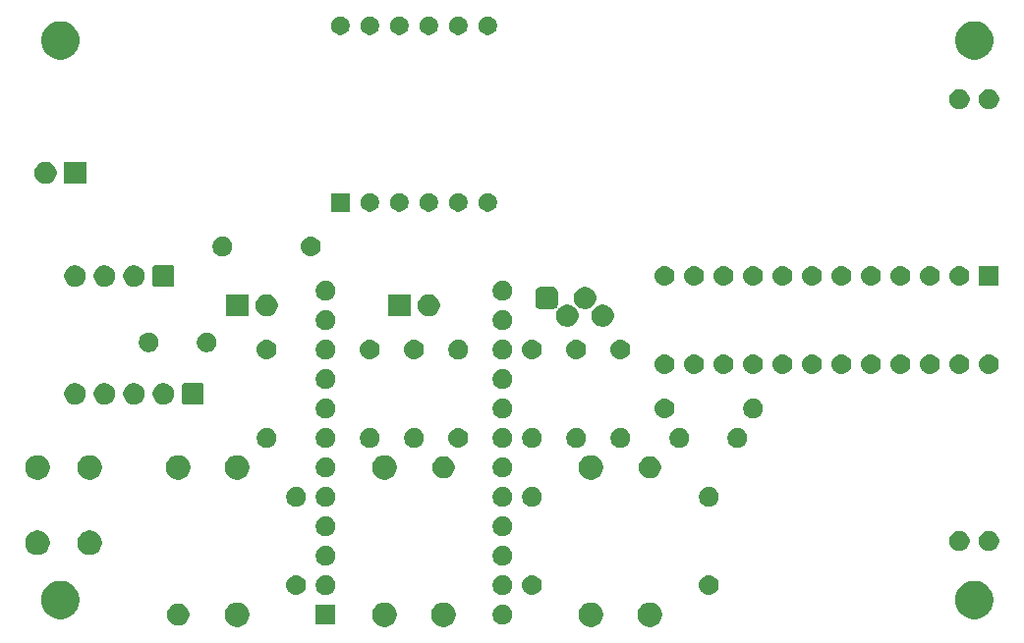
<source format=gbr>
%TF.GenerationSoftware,KiCad,Pcbnew,5.0.2-bee76a0~70~ubuntu18.04.1*%
%TF.CreationDate,2019-11-29T21:58:12+01:00*%
%TF.ProjectId,Robot-HMI,526f626f-742d-4484-9d49-2e6b69636164,rev?*%
%TF.SameCoordinates,Original*%
%TF.FileFunction,Soldermask,Top*%
%TF.FilePolarity,Negative*%
%FSLAX46Y46*%
G04 Gerber Fmt 4.6, Leading zero omitted, Abs format (unit mm)*
G04 Created by KiCad (PCBNEW 5.0.2-bee76a0~70~ubuntu18.04.1) date ven. 29 nov. 2019 21:58:12 CET*
%MOMM*%
%LPD*%
G01*
G04 APERTURE LIST*
%ADD10C,0.150000*%
G04 APERTURE END LIST*
D10*
G36*
X85396565Y-103129389D02*
X85587834Y-103208615D01*
X85759976Y-103323637D01*
X85906363Y-103470024D01*
X86021385Y-103642166D01*
X86100611Y-103833435D01*
X86141000Y-104036484D01*
X86141000Y-104243516D01*
X86100611Y-104446565D01*
X86021385Y-104637834D01*
X85906363Y-104809976D01*
X85759976Y-104956363D01*
X85587834Y-105071385D01*
X85396565Y-105150611D01*
X85193516Y-105191000D01*
X84986484Y-105191000D01*
X84783435Y-105150611D01*
X84592166Y-105071385D01*
X84420024Y-104956363D01*
X84273637Y-104809976D01*
X84158615Y-104637834D01*
X84079389Y-104446565D01*
X84039000Y-104243516D01*
X84039000Y-104036484D01*
X84079389Y-103833435D01*
X84158615Y-103642166D01*
X84273637Y-103470024D01*
X84420024Y-103323637D01*
X84592166Y-103208615D01*
X84783435Y-103129389D01*
X84986484Y-103089000D01*
X85193516Y-103089000D01*
X85396565Y-103129389D01*
X85396565Y-103129389D01*
G37*
G36*
X98096565Y-103129389D02*
X98287834Y-103208615D01*
X98459976Y-103323637D01*
X98606363Y-103470024D01*
X98721385Y-103642166D01*
X98800611Y-103833435D01*
X98841000Y-104036484D01*
X98841000Y-104243516D01*
X98800611Y-104446565D01*
X98721385Y-104637834D01*
X98606363Y-104809976D01*
X98459976Y-104956363D01*
X98287834Y-105071385D01*
X98096565Y-105150611D01*
X97893516Y-105191000D01*
X97686484Y-105191000D01*
X97483435Y-105150611D01*
X97292166Y-105071385D01*
X97120024Y-104956363D01*
X96973637Y-104809976D01*
X96858615Y-104637834D01*
X96779389Y-104446565D01*
X96739000Y-104243516D01*
X96739000Y-104036484D01*
X96779389Y-103833435D01*
X96858615Y-103642166D01*
X96973637Y-103470024D01*
X97120024Y-103323637D01*
X97292166Y-103208615D01*
X97483435Y-103129389D01*
X97686484Y-103089000D01*
X97893516Y-103089000D01*
X98096565Y-103129389D01*
X98096565Y-103129389D01*
G37*
G36*
X103176565Y-103129389D02*
X103367834Y-103208615D01*
X103539976Y-103323637D01*
X103686363Y-103470024D01*
X103801385Y-103642166D01*
X103880611Y-103833435D01*
X103921000Y-104036484D01*
X103921000Y-104243516D01*
X103880611Y-104446565D01*
X103801385Y-104637834D01*
X103686363Y-104809976D01*
X103539976Y-104956363D01*
X103367834Y-105071385D01*
X103176565Y-105150611D01*
X102973516Y-105191000D01*
X102766484Y-105191000D01*
X102563435Y-105150611D01*
X102372166Y-105071385D01*
X102200024Y-104956363D01*
X102053637Y-104809976D01*
X101938615Y-104637834D01*
X101859389Y-104446565D01*
X101819000Y-104243516D01*
X101819000Y-104036484D01*
X101859389Y-103833435D01*
X101938615Y-103642166D01*
X102053637Y-103470024D01*
X102200024Y-103323637D01*
X102372166Y-103208615D01*
X102563435Y-103129389D01*
X102766484Y-103089000D01*
X102973516Y-103089000D01*
X103176565Y-103129389D01*
X103176565Y-103129389D01*
G37*
G36*
X80316565Y-103129389D02*
X80507834Y-103208615D01*
X80679976Y-103323637D01*
X80826363Y-103470024D01*
X80941385Y-103642166D01*
X81020611Y-103833435D01*
X81061000Y-104036484D01*
X81061000Y-104243516D01*
X81020611Y-104446565D01*
X80941385Y-104637834D01*
X80826363Y-104809976D01*
X80679976Y-104956363D01*
X80507834Y-105071385D01*
X80316565Y-105150611D01*
X80113516Y-105191000D01*
X79906484Y-105191000D01*
X79703435Y-105150611D01*
X79512166Y-105071385D01*
X79340024Y-104956363D01*
X79193637Y-104809976D01*
X79078615Y-104637834D01*
X78999389Y-104446565D01*
X78959000Y-104243516D01*
X78959000Y-104036484D01*
X78999389Y-103833435D01*
X79078615Y-103642166D01*
X79193637Y-103470024D01*
X79340024Y-103323637D01*
X79512166Y-103208615D01*
X79703435Y-103129389D01*
X79906484Y-103089000D01*
X80113516Y-103089000D01*
X80316565Y-103129389D01*
X80316565Y-103129389D01*
G37*
G36*
X67616565Y-103129389D02*
X67807834Y-103208615D01*
X67979976Y-103323637D01*
X68126363Y-103470024D01*
X68241385Y-103642166D01*
X68320611Y-103833435D01*
X68361000Y-104036484D01*
X68361000Y-104243516D01*
X68320611Y-104446565D01*
X68241385Y-104637834D01*
X68126363Y-104809976D01*
X67979976Y-104956363D01*
X67807834Y-105071385D01*
X67616565Y-105150611D01*
X67413516Y-105191000D01*
X67206484Y-105191000D01*
X67003435Y-105150611D01*
X66812166Y-105071385D01*
X66640024Y-104956363D01*
X66493637Y-104809976D01*
X66378615Y-104637834D01*
X66299389Y-104446565D01*
X66259000Y-104243516D01*
X66259000Y-104036484D01*
X66299389Y-103833435D01*
X66378615Y-103642166D01*
X66493637Y-103470024D01*
X66640024Y-103323637D01*
X66812166Y-103208615D01*
X67003435Y-103129389D01*
X67206484Y-103089000D01*
X67413516Y-103089000D01*
X67616565Y-103129389D01*
X67616565Y-103129389D01*
G37*
G36*
X62507396Y-103225546D02*
X62680466Y-103297234D01*
X62836230Y-103401312D01*
X62968688Y-103533770D01*
X63072766Y-103689534D01*
X63144454Y-103862604D01*
X63181000Y-104046333D01*
X63181000Y-104233667D01*
X63144454Y-104417396D01*
X63072766Y-104590466D01*
X62968688Y-104746230D01*
X62836230Y-104878688D01*
X62680466Y-104982766D01*
X62507396Y-105054454D01*
X62323667Y-105091000D01*
X62136333Y-105091000D01*
X61952604Y-105054454D01*
X61779534Y-104982766D01*
X61623770Y-104878688D01*
X61491312Y-104746230D01*
X61387234Y-104590466D01*
X61315546Y-104417396D01*
X61279000Y-104233667D01*
X61279000Y-104046333D01*
X61315546Y-103862604D01*
X61387234Y-103689534D01*
X61491312Y-103533770D01*
X61623770Y-103401312D01*
X61779534Y-103297234D01*
X61952604Y-103225546D01*
X62136333Y-103189000D01*
X62323667Y-103189000D01*
X62507396Y-103225546D01*
X62507396Y-103225546D01*
G37*
G36*
X90418228Y-103321703D02*
X90573100Y-103385853D01*
X90712481Y-103478985D01*
X90831015Y-103597519D01*
X90924147Y-103736900D01*
X90988297Y-103891772D01*
X91021000Y-104056184D01*
X91021000Y-104223816D01*
X90988297Y-104388228D01*
X90924147Y-104543100D01*
X90831015Y-104682481D01*
X90712481Y-104801015D01*
X90573100Y-104894147D01*
X90418228Y-104958297D01*
X90253816Y-104991000D01*
X90086184Y-104991000D01*
X89921772Y-104958297D01*
X89766900Y-104894147D01*
X89627519Y-104801015D01*
X89508985Y-104682481D01*
X89415853Y-104543100D01*
X89351703Y-104388228D01*
X89319000Y-104223816D01*
X89319000Y-104056184D01*
X89351703Y-103891772D01*
X89415853Y-103736900D01*
X89508985Y-103597519D01*
X89627519Y-103478985D01*
X89766900Y-103385853D01*
X89921772Y-103321703D01*
X90086184Y-103289000D01*
X90253816Y-103289000D01*
X90418228Y-103321703D01*
X90418228Y-103321703D01*
G37*
G36*
X75781000Y-104991000D02*
X74079000Y-104991000D01*
X74079000Y-103289000D01*
X75781000Y-103289000D01*
X75781000Y-104991000D01*
X75781000Y-104991000D01*
G37*
G36*
X131185256Y-101261298D02*
X131291579Y-101282447D01*
X131592042Y-101406903D01*
X131755592Y-101516184D01*
X131862454Y-101587587D01*
X132092413Y-101817546D01*
X132092415Y-101817549D01*
X132273097Y-102087958D01*
X132397553Y-102388421D01*
X132410001Y-102451000D01*
X132461000Y-102707389D01*
X132461000Y-103032611D01*
X132422622Y-103225547D01*
X132397553Y-103351579D01*
X132273097Y-103652042D01*
X132151894Y-103833435D01*
X132092413Y-103922454D01*
X131862454Y-104152413D01*
X131862451Y-104152415D01*
X131592042Y-104333097D01*
X131291579Y-104457553D01*
X131185256Y-104478702D01*
X130972611Y-104521000D01*
X130647389Y-104521000D01*
X130434744Y-104478702D01*
X130328421Y-104457553D01*
X130027958Y-104333097D01*
X129757549Y-104152415D01*
X129757546Y-104152413D01*
X129527587Y-103922454D01*
X129468106Y-103833435D01*
X129346903Y-103652042D01*
X129222447Y-103351579D01*
X129197378Y-103225547D01*
X129159000Y-103032611D01*
X129159000Y-102707389D01*
X129209999Y-102451000D01*
X129222447Y-102388421D01*
X129346903Y-102087958D01*
X129527585Y-101817549D01*
X129527587Y-101817546D01*
X129757546Y-101587587D01*
X129864408Y-101516184D01*
X130027958Y-101406903D01*
X130328421Y-101282447D01*
X130434744Y-101261298D01*
X130647389Y-101219000D01*
X130972611Y-101219000D01*
X131185256Y-101261298D01*
X131185256Y-101261298D01*
G37*
G36*
X52445256Y-101261298D02*
X52551579Y-101282447D01*
X52852042Y-101406903D01*
X53015592Y-101516184D01*
X53122454Y-101587587D01*
X53352413Y-101817546D01*
X53352415Y-101817549D01*
X53533097Y-102087958D01*
X53657553Y-102388421D01*
X53670001Y-102451000D01*
X53721000Y-102707389D01*
X53721000Y-103032611D01*
X53682622Y-103225547D01*
X53657553Y-103351579D01*
X53533097Y-103652042D01*
X53411894Y-103833435D01*
X53352413Y-103922454D01*
X53122454Y-104152413D01*
X53122451Y-104152415D01*
X52852042Y-104333097D01*
X52551579Y-104457553D01*
X52445256Y-104478702D01*
X52232611Y-104521000D01*
X51907389Y-104521000D01*
X51694744Y-104478702D01*
X51588421Y-104457553D01*
X51287958Y-104333097D01*
X51017549Y-104152415D01*
X51017546Y-104152413D01*
X50787587Y-103922454D01*
X50728106Y-103833435D01*
X50606903Y-103652042D01*
X50482447Y-103351579D01*
X50457378Y-103225547D01*
X50419000Y-103032611D01*
X50419000Y-102707389D01*
X50469999Y-102451000D01*
X50482447Y-102388421D01*
X50606903Y-102087958D01*
X50787585Y-101817549D01*
X50787587Y-101817546D01*
X51017546Y-101587587D01*
X51124408Y-101516184D01*
X51287958Y-101406903D01*
X51588421Y-101282447D01*
X51694744Y-101261298D01*
X51907389Y-101219000D01*
X52232611Y-101219000D01*
X52445256Y-101261298D01*
X52445256Y-101261298D01*
G37*
G36*
X75178228Y-100781703D02*
X75333100Y-100845853D01*
X75472481Y-100938985D01*
X75591015Y-101057519D01*
X75684147Y-101196900D01*
X75748297Y-101351772D01*
X75781000Y-101516184D01*
X75781000Y-101683816D01*
X75748297Y-101848228D01*
X75684147Y-102003100D01*
X75591015Y-102142481D01*
X75472481Y-102261015D01*
X75333100Y-102354147D01*
X75178228Y-102418297D01*
X75013816Y-102451000D01*
X74846184Y-102451000D01*
X74681772Y-102418297D01*
X74526900Y-102354147D01*
X74387519Y-102261015D01*
X74268985Y-102142481D01*
X74175853Y-102003100D01*
X74111703Y-101848228D01*
X74079000Y-101683816D01*
X74079000Y-101516184D01*
X74111703Y-101351772D01*
X74175853Y-101196900D01*
X74268985Y-101057519D01*
X74387519Y-100938985D01*
X74526900Y-100845853D01*
X74681772Y-100781703D01*
X74846184Y-100749000D01*
X75013816Y-100749000D01*
X75178228Y-100781703D01*
X75178228Y-100781703D01*
G37*
G36*
X90418228Y-100781703D02*
X90573100Y-100845853D01*
X90712481Y-100938985D01*
X90831015Y-101057519D01*
X90924147Y-101196900D01*
X90988297Y-101351772D01*
X91021000Y-101516184D01*
X91021000Y-101683816D01*
X90988297Y-101848228D01*
X90924147Y-102003100D01*
X90831015Y-102142481D01*
X90712481Y-102261015D01*
X90573100Y-102354147D01*
X90418228Y-102418297D01*
X90253816Y-102451000D01*
X90086184Y-102451000D01*
X89921772Y-102418297D01*
X89766900Y-102354147D01*
X89627519Y-102261015D01*
X89508985Y-102142481D01*
X89415853Y-102003100D01*
X89351703Y-101848228D01*
X89319000Y-101683816D01*
X89319000Y-101516184D01*
X89351703Y-101351772D01*
X89415853Y-101196900D01*
X89508985Y-101057519D01*
X89627519Y-100938985D01*
X89766900Y-100845853D01*
X89921772Y-100781703D01*
X90086184Y-100749000D01*
X90253816Y-100749000D01*
X90418228Y-100781703D01*
X90418228Y-100781703D01*
G37*
G36*
X108116821Y-100761313D02*
X108116824Y-100761314D01*
X108116825Y-100761314D01*
X108277239Y-100809975D01*
X108277241Y-100809976D01*
X108277244Y-100809977D01*
X108425078Y-100888995D01*
X108554659Y-100995341D01*
X108661005Y-101124922D01*
X108740023Y-101272756D01*
X108740024Y-101272759D01*
X108740025Y-101272761D01*
X108780716Y-101406902D01*
X108788687Y-101433179D01*
X108805117Y-101600000D01*
X108788687Y-101766821D01*
X108788686Y-101766824D01*
X108788686Y-101766825D01*
X108763993Y-101848228D01*
X108740023Y-101927244D01*
X108661005Y-102075078D01*
X108554659Y-102204659D01*
X108425078Y-102311005D01*
X108277244Y-102390023D01*
X108277241Y-102390024D01*
X108277239Y-102390025D01*
X108116825Y-102438686D01*
X108116824Y-102438686D01*
X108116821Y-102438687D01*
X107991804Y-102451000D01*
X107908196Y-102451000D01*
X107783179Y-102438687D01*
X107783176Y-102438686D01*
X107783175Y-102438686D01*
X107622761Y-102390025D01*
X107622759Y-102390024D01*
X107622756Y-102390023D01*
X107474922Y-102311005D01*
X107345341Y-102204659D01*
X107238995Y-102075078D01*
X107159977Y-101927244D01*
X107136008Y-101848228D01*
X107111314Y-101766825D01*
X107111314Y-101766824D01*
X107111313Y-101766821D01*
X107094883Y-101600000D01*
X107111313Y-101433179D01*
X107119284Y-101406902D01*
X107159975Y-101272761D01*
X107159976Y-101272759D01*
X107159977Y-101272756D01*
X107238995Y-101124922D01*
X107345341Y-100995341D01*
X107474922Y-100888995D01*
X107622756Y-100809977D01*
X107622759Y-100809976D01*
X107622761Y-100809975D01*
X107783175Y-100761314D01*
X107783176Y-100761314D01*
X107783179Y-100761313D01*
X107908196Y-100749000D01*
X107991804Y-100749000D01*
X108116821Y-100761313D01*
X108116821Y-100761313D01*
G37*
G36*
X92876821Y-100761313D02*
X92876824Y-100761314D01*
X92876825Y-100761314D01*
X93037239Y-100809975D01*
X93037241Y-100809976D01*
X93037244Y-100809977D01*
X93185078Y-100888995D01*
X93314659Y-100995341D01*
X93421005Y-101124922D01*
X93500023Y-101272756D01*
X93500024Y-101272759D01*
X93500025Y-101272761D01*
X93540716Y-101406902D01*
X93548687Y-101433179D01*
X93565117Y-101600000D01*
X93548687Y-101766821D01*
X93548686Y-101766824D01*
X93548686Y-101766825D01*
X93523993Y-101848228D01*
X93500023Y-101927244D01*
X93421005Y-102075078D01*
X93314659Y-102204659D01*
X93185078Y-102311005D01*
X93037244Y-102390023D01*
X93037241Y-102390024D01*
X93037239Y-102390025D01*
X92876825Y-102438686D01*
X92876824Y-102438686D01*
X92876821Y-102438687D01*
X92751804Y-102451000D01*
X92668196Y-102451000D01*
X92543179Y-102438687D01*
X92543176Y-102438686D01*
X92543175Y-102438686D01*
X92382761Y-102390025D01*
X92382759Y-102390024D01*
X92382756Y-102390023D01*
X92234922Y-102311005D01*
X92105341Y-102204659D01*
X91998995Y-102075078D01*
X91919977Y-101927244D01*
X91896008Y-101848228D01*
X91871314Y-101766825D01*
X91871314Y-101766824D01*
X91871313Y-101766821D01*
X91854883Y-101600000D01*
X91871313Y-101433179D01*
X91879284Y-101406902D01*
X91919975Y-101272761D01*
X91919976Y-101272759D01*
X91919977Y-101272756D01*
X91998995Y-101124922D01*
X92105341Y-100995341D01*
X92234922Y-100888995D01*
X92382756Y-100809977D01*
X92382759Y-100809976D01*
X92382761Y-100809975D01*
X92543175Y-100761314D01*
X92543176Y-100761314D01*
X92543179Y-100761313D01*
X92668196Y-100749000D01*
X92751804Y-100749000D01*
X92876821Y-100761313D01*
X92876821Y-100761313D01*
G37*
G36*
X72556821Y-100761313D02*
X72556824Y-100761314D01*
X72556825Y-100761314D01*
X72717239Y-100809975D01*
X72717241Y-100809976D01*
X72717244Y-100809977D01*
X72865078Y-100888995D01*
X72994659Y-100995341D01*
X73101005Y-101124922D01*
X73180023Y-101272756D01*
X73180024Y-101272759D01*
X73180025Y-101272761D01*
X73220716Y-101406902D01*
X73228687Y-101433179D01*
X73245117Y-101600000D01*
X73228687Y-101766821D01*
X73228686Y-101766824D01*
X73228686Y-101766825D01*
X73203993Y-101848228D01*
X73180023Y-101927244D01*
X73101005Y-102075078D01*
X72994659Y-102204659D01*
X72865078Y-102311005D01*
X72717244Y-102390023D01*
X72717241Y-102390024D01*
X72717239Y-102390025D01*
X72556825Y-102438686D01*
X72556824Y-102438686D01*
X72556821Y-102438687D01*
X72431804Y-102451000D01*
X72348196Y-102451000D01*
X72223179Y-102438687D01*
X72223176Y-102438686D01*
X72223175Y-102438686D01*
X72062761Y-102390025D01*
X72062759Y-102390024D01*
X72062756Y-102390023D01*
X71914922Y-102311005D01*
X71785341Y-102204659D01*
X71678995Y-102075078D01*
X71599977Y-101927244D01*
X71576008Y-101848228D01*
X71551314Y-101766825D01*
X71551314Y-101766824D01*
X71551313Y-101766821D01*
X71534883Y-101600000D01*
X71551313Y-101433179D01*
X71559284Y-101406902D01*
X71599975Y-101272761D01*
X71599976Y-101272759D01*
X71599977Y-101272756D01*
X71678995Y-101124922D01*
X71785341Y-100995341D01*
X71914922Y-100888995D01*
X72062756Y-100809977D01*
X72062759Y-100809976D01*
X72062761Y-100809975D01*
X72223175Y-100761314D01*
X72223176Y-100761314D01*
X72223179Y-100761313D01*
X72348196Y-100749000D01*
X72431804Y-100749000D01*
X72556821Y-100761313D01*
X72556821Y-100761313D01*
G37*
G36*
X75178228Y-98241703D02*
X75333100Y-98305853D01*
X75472481Y-98398985D01*
X75591015Y-98517519D01*
X75684147Y-98656900D01*
X75748297Y-98811772D01*
X75781000Y-98976184D01*
X75781000Y-99143816D01*
X75748297Y-99308228D01*
X75684147Y-99463100D01*
X75591015Y-99602481D01*
X75472481Y-99721015D01*
X75333100Y-99814147D01*
X75178228Y-99878297D01*
X75013816Y-99911000D01*
X74846184Y-99911000D01*
X74681772Y-99878297D01*
X74526900Y-99814147D01*
X74387519Y-99721015D01*
X74268985Y-99602481D01*
X74175853Y-99463100D01*
X74111703Y-99308228D01*
X74079000Y-99143816D01*
X74079000Y-98976184D01*
X74111703Y-98811772D01*
X74175853Y-98656900D01*
X74268985Y-98517519D01*
X74387519Y-98398985D01*
X74526900Y-98305853D01*
X74681772Y-98241703D01*
X74846184Y-98209000D01*
X75013816Y-98209000D01*
X75178228Y-98241703D01*
X75178228Y-98241703D01*
G37*
G36*
X90418228Y-98241703D02*
X90573100Y-98305853D01*
X90712481Y-98398985D01*
X90831015Y-98517519D01*
X90924147Y-98656900D01*
X90988297Y-98811772D01*
X91021000Y-98976184D01*
X91021000Y-99143816D01*
X90988297Y-99308228D01*
X90924147Y-99463100D01*
X90831015Y-99602481D01*
X90712481Y-99721015D01*
X90573100Y-99814147D01*
X90418228Y-99878297D01*
X90253816Y-99911000D01*
X90086184Y-99911000D01*
X89921772Y-99878297D01*
X89766900Y-99814147D01*
X89627519Y-99721015D01*
X89508985Y-99602481D01*
X89415853Y-99463100D01*
X89351703Y-99308228D01*
X89319000Y-99143816D01*
X89319000Y-98976184D01*
X89351703Y-98811772D01*
X89415853Y-98656900D01*
X89508985Y-98517519D01*
X89627519Y-98398985D01*
X89766900Y-98305853D01*
X89921772Y-98241703D01*
X90086184Y-98209000D01*
X90253816Y-98209000D01*
X90418228Y-98241703D01*
X90418228Y-98241703D01*
G37*
G36*
X54916565Y-96929389D02*
X55107834Y-97008615D01*
X55279976Y-97123637D01*
X55426363Y-97270024D01*
X55541385Y-97442166D01*
X55620611Y-97633435D01*
X55661000Y-97836484D01*
X55661000Y-98043516D01*
X55620611Y-98246565D01*
X55541385Y-98437834D01*
X55426363Y-98609976D01*
X55279976Y-98756363D01*
X55107834Y-98871385D01*
X54916565Y-98950611D01*
X54713516Y-98991000D01*
X54506484Y-98991000D01*
X54303435Y-98950611D01*
X54112166Y-98871385D01*
X53940024Y-98756363D01*
X53793637Y-98609976D01*
X53678615Y-98437834D01*
X53599389Y-98246565D01*
X53559000Y-98043516D01*
X53559000Y-97836484D01*
X53599389Y-97633435D01*
X53678615Y-97442166D01*
X53793637Y-97270024D01*
X53940024Y-97123637D01*
X54112166Y-97008615D01*
X54303435Y-96929389D01*
X54506484Y-96889000D01*
X54713516Y-96889000D01*
X54916565Y-96929389D01*
X54916565Y-96929389D01*
G37*
G36*
X50416565Y-96929389D02*
X50607834Y-97008615D01*
X50779976Y-97123637D01*
X50926363Y-97270024D01*
X51041385Y-97442166D01*
X51120611Y-97633435D01*
X51161000Y-97836484D01*
X51161000Y-98043516D01*
X51120611Y-98246565D01*
X51041385Y-98437834D01*
X50926363Y-98609976D01*
X50779976Y-98756363D01*
X50607834Y-98871385D01*
X50416565Y-98950611D01*
X50213516Y-98991000D01*
X50006484Y-98991000D01*
X49803435Y-98950611D01*
X49612166Y-98871385D01*
X49440024Y-98756363D01*
X49293637Y-98609976D01*
X49178615Y-98437834D01*
X49099389Y-98246565D01*
X49059000Y-98043516D01*
X49059000Y-97836484D01*
X49099389Y-97633435D01*
X49178615Y-97442166D01*
X49293637Y-97270024D01*
X49440024Y-97123637D01*
X49612166Y-97008615D01*
X49803435Y-96929389D01*
X50006484Y-96889000D01*
X50213516Y-96889000D01*
X50416565Y-96929389D01*
X50416565Y-96929389D01*
G37*
G36*
X129668589Y-96922416D02*
X129795520Y-96947664D01*
X129954942Y-97013699D01*
X130098418Y-97109566D01*
X130220434Y-97231582D01*
X130316301Y-97375058D01*
X130382336Y-97534480D01*
X130416000Y-97703721D01*
X130416000Y-97876279D01*
X130382336Y-98045520D01*
X130316301Y-98204942D01*
X130220434Y-98348418D01*
X130098418Y-98470434D01*
X129954942Y-98566301D01*
X129795520Y-98632336D01*
X129672028Y-98656900D01*
X129626280Y-98666000D01*
X129453720Y-98666000D01*
X129407972Y-98656900D01*
X129284480Y-98632336D01*
X129125058Y-98566301D01*
X128981582Y-98470434D01*
X128859566Y-98348418D01*
X128763699Y-98204942D01*
X128697664Y-98045520D01*
X128664000Y-97876279D01*
X128664000Y-97703721D01*
X128697664Y-97534480D01*
X128763699Y-97375058D01*
X128859566Y-97231582D01*
X128981582Y-97109566D01*
X129125058Y-97013699D01*
X129284480Y-96947664D01*
X129411411Y-96922416D01*
X129453720Y-96914000D01*
X129626280Y-96914000D01*
X129668589Y-96922416D01*
X129668589Y-96922416D01*
G37*
G36*
X132208589Y-96922416D02*
X132335520Y-96947664D01*
X132494942Y-97013699D01*
X132638418Y-97109566D01*
X132760434Y-97231582D01*
X132856301Y-97375058D01*
X132922336Y-97534480D01*
X132956000Y-97703721D01*
X132956000Y-97876279D01*
X132922336Y-98045520D01*
X132856301Y-98204942D01*
X132760434Y-98348418D01*
X132638418Y-98470434D01*
X132494942Y-98566301D01*
X132335520Y-98632336D01*
X132212028Y-98656900D01*
X132166280Y-98666000D01*
X131993720Y-98666000D01*
X131947972Y-98656900D01*
X131824480Y-98632336D01*
X131665058Y-98566301D01*
X131521582Y-98470434D01*
X131399566Y-98348418D01*
X131303699Y-98204942D01*
X131237664Y-98045520D01*
X131204000Y-97876279D01*
X131204000Y-97703721D01*
X131237664Y-97534480D01*
X131303699Y-97375058D01*
X131399566Y-97231582D01*
X131521582Y-97109566D01*
X131665058Y-97013699D01*
X131824480Y-96947664D01*
X131951411Y-96922416D01*
X131993720Y-96914000D01*
X132166280Y-96914000D01*
X132208589Y-96922416D01*
X132208589Y-96922416D01*
G37*
G36*
X90418228Y-95701703D02*
X90573100Y-95765853D01*
X90712481Y-95858985D01*
X90831015Y-95977519D01*
X90924147Y-96116900D01*
X90988297Y-96271772D01*
X91021000Y-96436184D01*
X91021000Y-96603816D01*
X90988297Y-96768228D01*
X90924147Y-96923100D01*
X90831015Y-97062481D01*
X90712481Y-97181015D01*
X90573100Y-97274147D01*
X90418228Y-97338297D01*
X90253816Y-97371000D01*
X90086184Y-97371000D01*
X89921772Y-97338297D01*
X89766900Y-97274147D01*
X89627519Y-97181015D01*
X89508985Y-97062481D01*
X89415853Y-96923100D01*
X89351703Y-96768228D01*
X89319000Y-96603816D01*
X89319000Y-96436184D01*
X89351703Y-96271772D01*
X89415853Y-96116900D01*
X89508985Y-95977519D01*
X89627519Y-95858985D01*
X89766900Y-95765853D01*
X89921772Y-95701703D01*
X90086184Y-95669000D01*
X90253816Y-95669000D01*
X90418228Y-95701703D01*
X90418228Y-95701703D01*
G37*
G36*
X75178228Y-95701703D02*
X75333100Y-95765853D01*
X75472481Y-95858985D01*
X75591015Y-95977519D01*
X75684147Y-96116900D01*
X75748297Y-96271772D01*
X75781000Y-96436184D01*
X75781000Y-96603816D01*
X75748297Y-96768228D01*
X75684147Y-96923100D01*
X75591015Y-97062481D01*
X75472481Y-97181015D01*
X75333100Y-97274147D01*
X75178228Y-97338297D01*
X75013816Y-97371000D01*
X74846184Y-97371000D01*
X74681772Y-97338297D01*
X74526900Y-97274147D01*
X74387519Y-97181015D01*
X74268985Y-97062481D01*
X74175853Y-96923100D01*
X74111703Y-96768228D01*
X74079000Y-96603816D01*
X74079000Y-96436184D01*
X74111703Y-96271772D01*
X74175853Y-96116900D01*
X74268985Y-95977519D01*
X74387519Y-95858985D01*
X74526900Y-95765853D01*
X74681772Y-95701703D01*
X74846184Y-95669000D01*
X75013816Y-95669000D01*
X75178228Y-95701703D01*
X75178228Y-95701703D01*
G37*
G36*
X75178228Y-93161703D02*
X75333100Y-93225853D01*
X75472481Y-93318985D01*
X75591015Y-93437519D01*
X75684147Y-93576900D01*
X75748297Y-93731772D01*
X75781000Y-93896184D01*
X75781000Y-94063816D01*
X75748297Y-94228228D01*
X75684147Y-94383100D01*
X75591015Y-94522481D01*
X75472481Y-94641015D01*
X75333100Y-94734147D01*
X75178228Y-94798297D01*
X75013816Y-94831000D01*
X74846184Y-94831000D01*
X74681772Y-94798297D01*
X74526900Y-94734147D01*
X74387519Y-94641015D01*
X74268985Y-94522481D01*
X74175853Y-94383100D01*
X74111703Y-94228228D01*
X74079000Y-94063816D01*
X74079000Y-93896184D01*
X74111703Y-93731772D01*
X74175853Y-93576900D01*
X74268985Y-93437519D01*
X74387519Y-93318985D01*
X74526900Y-93225853D01*
X74681772Y-93161703D01*
X74846184Y-93129000D01*
X75013816Y-93129000D01*
X75178228Y-93161703D01*
X75178228Y-93161703D01*
G37*
G36*
X108198228Y-93161703D02*
X108353100Y-93225853D01*
X108492481Y-93318985D01*
X108611015Y-93437519D01*
X108704147Y-93576900D01*
X108768297Y-93731772D01*
X108801000Y-93896184D01*
X108801000Y-94063816D01*
X108768297Y-94228228D01*
X108704147Y-94383100D01*
X108611015Y-94522481D01*
X108492481Y-94641015D01*
X108353100Y-94734147D01*
X108198228Y-94798297D01*
X108033816Y-94831000D01*
X107866184Y-94831000D01*
X107701772Y-94798297D01*
X107546900Y-94734147D01*
X107407519Y-94641015D01*
X107288985Y-94522481D01*
X107195853Y-94383100D01*
X107131703Y-94228228D01*
X107099000Y-94063816D01*
X107099000Y-93896184D01*
X107131703Y-93731772D01*
X107195853Y-93576900D01*
X107288985Y-93437519D01*
X107407519Y-93318985D01*
X107546900Y-93225853D01*
X107701772Y-93161703D01*
X107866184Y-93129000D01*
X108033816Y-93129000D01*
X108198228Y-93161703D01*
X108198228Y-93161703D01*
G37*
G36*
X72638228Y-93161703D02*
X72793100Y-93225853D01*
X72932481Y-93318985D01*
X73051015Y-93437519D01*
X73144147Y-93576900D01*
X73208297Y-93731772D01*
X73241000Y-93896184D01*
X73241000Y-94063816D01*
X73208297Y-94228228D01*
X73144147Y-94383100D01*
X73051015Y-94522481D01*
X72932481Y-94641015D01*
X72793100Y-94734147D01*
X72638228Y-94798297D01*
X72473816Y-94831000D01*
X72306184Y-94831000D01*
X72141772Y-94798297D01*
X71986900Y-94734147D01*
X71847519Y-94641015D01*
X71728985Y-94522481D01*
X71635853Y-94383100D01*
X71571703Y-94228228D01*
X71539000Y-94063816D01*
X71539000Y-93896184D01*
X71571703Y-93731772D01*
X71635853Y-93576900D01*
X71728985Y-93437519D01*
X71847519Y-93318985D01*
X71986900Y-93225853D01*
X72141772Y-93161703D01*
X72306184Y-93129000D01*
X72473816Y-93129000D01*
X72638228Y-93161703D01*
X72638228Y-93161703D01*
G37*
G36*
X90418228Y-93161703D02*
X90573100Y-93225853D01*
X90712481Y-93318985D01*
X90831015Y-93437519D01*
X90924147Y-93576900D01*
X90988297Y-93731772D01*
X91021000Y-93896184D01*
X91021000Y-94063816D01*
X90988297Y-94228228D01*
X90924147Y-94383100D01*
X90831015Y-94522481D01*
X90712481Y-94641015D01*
X90573100Y-94734147D01*
X90418228Y-94798297D01*
X90253816Y-94831000D01*
X90086184Y-94831000D01*
X89921772Y-94798297D01*
X89766900Y-94734147D01*
X89627519Y-94641015D01*
X89508985Y-94522481D01*
X89415853Y-94383100D01*
X89351703Y-94228228D01*
X89319000Y-94063816D01*
X89319000Y-93896184D01*
X89351703Y-93731772D01*
X89415853Y-93576900D01*
X89508985Y-93437519D01*
X89627519Y-93318985D01*
X89766900Y-93225853D01*
X89921772Y-93161703D01*
X90086184Y-93129000D01*
X90253816Y-93129000D01*
X90418228Y-93161703D01*
X90418228Y-93161703D01*
G37*
G36*
X92958228Y-93161703D02*
X93113100Y-93225853D01*
X93252481Y-93318985D01*
X93371015Y-93437519D01*
X93464147Y-93576900D01*
X93528297Y-93731772D01*
X93561000Y-93896184D01*
X93561000Y-94063816D01*
X93528297Y-94228228D01*
X93464147Y-94383100D01*
X93371015Y-94522481D01*
X93252481Y-94641015D01*
X93113100Y-94734147D01*
X92958228Y-94798297D01*
X92793816Y-94831000D01*
X92626184Y-94831000D01*
X92461772Y-94798297D01*
X92306900Y-94734147D01*
X92167519Y-94641015D01*
X92048985Y-94522481D01*
X91955853Y-94383100D01*
X91891703Y-94228228D01*
X91859000Y-94063816D01*
X91859000Y-93896184D01*
X91891703Y-93731772D01*
X91955853Y-93576900D01*
X92048985Y-93437519D01*
X92167519Y-93318985D01*
X92306900Y-93225853D01*
X92461772Y-93161703D01*
X92626184Y-93129000D01*
X92793816Y-93129000D01*
X92958228Y-93161703D01*
X92958228Y-93161703D01*
G37*
G36*
X62536565Y-90429389D02*
X62727834Y-90508615D01*
X62899976Y-90623637D01*
X63046363Y-90770024D01*
X63161385Y-90942166D01*
X63240611Y-91133435D01*
X63281000Y-91336484D01*
X63281000Y-91543516D01*
X63240611Y-91746565D01*
X63161385Y-91937834D01*
X63046363Y-92109976D01*
X62899976Y-92256363D01*
X62727834Y-92371385D01*
X62536565Y-92450611D01*
X62333516Y-92491000D01*
X62126484Y-92491000D01*
X61923435Y-92450611D01*
X61732166Y-92371385D01*
X61560024Y-92256363D01*
X61413637Y-92109976D01*
X61298615Y-91937834D01*
X61219389Y-91746565D01*
X61179000Y-91543516D01*
X61179000Y-91336484D01*
X61219389Y-91133435D01*
X61298615Y-90942166D01*
X61413637Y-90770024D01*
X61560024Y-90623637D01*
X61732166Y-90508615D01*
X61923435Y-90429389D01*
X62126484Y-90389000D01*
X62333516Y-90389000D01*
X62536565Y-90429389D01*
X62536565Y-90429389D01*
G37*
G36*
X67616565Y-90429389D02*
X67807834Y-90508615D01*
X67979976Y-90623637D01*
X68126363Y-90770024D01*
X68241385Y-90942166D01*
X68320611Y-91133435D01*
X68361000Y-91336484D01*
X68361000Y-91543516D01*
X68320611Y-91746565D01*
X68241385Y-91937834D01*
X68126363Y-92109976D01*
X67979976Y-92256363D01*
X67807834Y-92371385D01*
X67616565Y-92450611D01*
X67413516Y-92491000D01*
X67206484Y-92491000D01*
X67003435Y-92450611D01*
X66812166Y-92371385D01*
X66640024Y-92256363D01*
X66493637Y-92109976D01*
X66378615Y-91937834D01*
X66299389Y-91746565D01*
X66259000Y-91543516D01*
X66259000Y-91336484D01*
X66299389Y-91133435D01*
X66378615Y-90942166D01*
X66493637Y-90770024D01*
X66640024Y-90623637D01*
X66812166Y-90508615D01*
X67003435Y-90429389D01*
X67206484Y-90389000D01*
X67413516Y-90389000D01*
X67616565Y-90429389D01*
X67616565Y-90429389D01*
G37*
G36*
X54916565Y-90429389D02*
X55107834Y-90508615D01*
X55279976Y-90623637D01*
X55426363Y-90770024D01*
X55541385Y-90942166D01*
X55620611Y-91133435D01*
X55661000Y-91336484D01*
X55661000Y-91543516D01*
X55620611Y-91746565D01*
X55541385Y-91937834D01*
X55426363Y-92109976D01*
X55279976Y-92256363D01*
X55107834Y-92371385D01*
X54916565Y-92450611D01*
X54713516Y-92491000D01*
X54506484Y-92491000D01*
X54303435Y-92450611D01*
X54112166Y-92371385D01*
X53940024Y-92256363D01*
X53793637Y-92109976D01*
X53678615Y-91937834D01*
X53599389Y-91746565D01*
X53559000Y-91543516D01*
X53559000Y-91336484D01*
X53599389Y-91133435D01*
X53678615Y-90942166D01*
X53793637Y-90770024D01*
X53940024Y-90623637D01*
X54112166Y-90508615D01*
X54303435Y-90429389D01*
X54506484Y-90389000D01*
X54713516Y-90389000D01*
X54916565Y-90429389D01*
X54916565Y-90429389D01*
G37*
G36*
X50416565Y-90429389D02*
X50607834Y-90508615D01*
X50779976Y-90623637D01*
X50926363Y-90770024D01*
X51041385Y-90942166D01*
X51120611Y-91133435D01*
X51161000Y-91336484D01*
X51161000Y-91543516D01*
X51120611Y-91746565D01*
X51041385Y-91937834D01*
X50926363Y-92109976D01*
X50779976Y-92256363D01*
X50607834Y-92371385D01*
X50416565Y-92450611D01*
X50213516Y-92491000D01*
X50006484Y-92491000D01*
X49803435Y-92450611D01*
X49612166Y-92371385D01*
X49440024Y-92256363D01*
X49293637Y-92109976D01*
X49178615Y-91937834D01*
X49099389Y-91746565D01*
X49059000Y-91543516D01*
X49059000Y-91336484D01*
X49099389Y-91133435D01*
X49178615Y-90942166D01*
X49293637Y-90770024D01*
X49440024Y-90623637D01*
X49612166Y-90508615D01*
X49803435Y-90429389D01*
X50006484Y-90389000D01*
X50213516Y-90389000D01*
X50416565Y-90429389D01*
X50416565Y-90429389D01*
G37*
G36*
X80316565Y-90429389D02*
X80507834Y-90508615D01*
X80679976Y-90623637D01*
X80826363Y-90770024D01*
X80941385Y-90942166D01*
X81020611Y-91133435D01*
X81061000Y-91336484D01*
X81061000Y-91543516D01*
X81020611Y-91746565D01*
X80941385Y-91937834D01*
X80826363Y-92109976D01*
X80679976Y-92256363D01*
X80507834Y-92371385D01*
X80316565Y-92450611D01*
X80113516Y-92491000D01*
X79906484Y-92491000D01*
X79703435Y-92450611D01*
X79512166Y-92371385D01*
X79340024Y-92256363D01*
X79193637Y-92109976D01*
X79078615Y-91937834D01*
X78999389Y-91746565D01*
X78959000Y-91543516D01*
X78959000Y-91336484D01*
X78999389Y-91133435D01*
X79078615Y-90942166D01*
X79193637Y-90770024D01*
X79340024Y-90623637D01*
X79512166Y-90508615D01*
X79703435Y-90429389D01*
X79906484Y-90389000D01*
X80113516Y-90389000D01*
X80316565Y-90429389D01*
X80316565Y-90429389D01*
G37*
G36*
X98096565Y-90429389D02*
X98287834Y-90508615D01*
X98459976Y-90623637D01*
X98606363Y-90770024D01*
X98721385Y-90942166D01*
X98800611Y-91133435D01*
X98841000Y-91336484D01*
X98841000Y-91543516D01*
X98800611Y-91746565D01*
X98721385Y-91937834D01*
X98606363Y-92109976D01*
X98459976Y-92256363D01*
X98287834Y-92371385D01*
X98096565Y-92450611D01*
X97893516Y-92491000D01*
X97686484Y-92491000D01*
X97483435Y-92450611D01*
X97292166Y-92371385D01*
X97120024Y-92256363D01*
X96973637Y-92109976D01*
X96858615Y-91937834D01*
X96779389Y-91746565D01*
X96739000Y-91543516D01*
X96739000Y-91336484D01*
X96779389Y-91133435D01*
X96858615Y-90942166D01*
X96973637Y-90770024D01*
X97120024Y-90623637D01*
X97292166Y-90508615D01*
X97483435Y-90429389D01*
X97686484Y-90389000D01*
X97893516Y-90389000D01*
X98096565Y-90429389D01*
X98096565Y-90429389D01*
G37*
G36*
X85367396Y-90525546D02*
X85540466Y-90597234D01*
X85696230Y-90701312D01*
X85828688Y-90833770D01*
X85932766Y-90989534D01*
X86004454Y-91162604D01*
X86041000Y-91346333D01*
X86041000Y-91533667D01*
X86004454Y-91717396D01*
X85932766Y-91890466D01*
X85828688Y-92046230D01*
X85696230Y-92178688D01*
X85540466Y-92282766D01*
X85367396Y-92354454D01*
X85183667Y-92391000D01*
X84996333Y-92391000D01*
X84812604Y-92354454D01*
X84639534Y-92282766D01*
X84483770Y-92178688D01*
X84351312Y-92046230D01*
X84247234Y-91890466D01*
X84175546Y-91717396D01*
X84139000Y-91533667D01*
X84139000Y-91346333D01*
X84175546Y-91162604D01*
X84247234Y-90989534D01*
X84351312Y-90833770D01*
X84483770Y-90701312D01*
X84639534Y-90597234D01*
X84812604Y-90525546D01*
X84996333Y-90489000D01*
X85183667Y-90489000D01*
X85367396Y-90525546D01*
X85367396Y-90525546D01*
G37*
G36*
X103147396Y-90525546D02*
X103320466Y-90597234D01*
X103476230Y-90701312D01*
X103608688Y-90833770D01*
X103712766Y-90989534D01*
X103784454Y-91162604D01*
X103821000Y-91346333D01*
X103821000Y-91533667D01*
X103784454Y-91717396D01*
X103712766Y-91890466D01*
X103608688Y-92046230D01*
X103476230Y-92178688D01*
X103320466Y-92282766D01*
X103147396Y-92354454D01*
X102963667Y-92391000D01*
X102776333Y-92391000D01*
X102592604Y-92354454D01*
X102419534Y-92282766D01*
X102263770Y-92178688D01*
X102131312Y-92046230D01*
X102027234Y-91890466D01*
X101955546Y-91717396D01*
X101919000Y-91533667D01*
X101919000Y-91346333D01*
X101955546Y-91162604D01*
X102027234Y-90989534D01*
X102131312Y-90833770D01*
X102263770Y-90701312D01*
X102419534Y-90597234D01*
X102592604Y-90525546D01*
X102776333Y-90489000D01*
X102963667Y-90489000D01*
X103147396Y-90525546D01*
X103147396Y-90525546D01*
G37*
G36*
X75178228Y-90621703D02*
X75333100Y-90685853D01*
X75472481Y-90778985D01*
X75591015Y-90897519D01*
X75684147Y-91036900D01*
X75748297Y-91191772D01*
X75781000Y-91356184D01*
X75781000Y-91523816D01*
X75748297Y-91688228D01*
X75684147Y-91843100D01*
X75591015Y-91982481D01*
X75472481Y-92101015D01*
X75333100Y-92194147D01*
X75178228Y-92258297D01*
X75013816Y-92291000D01*
X74846184Y-92291000D01*
X74681772Y-92258297D01*
X74526900Y-92194147D01*
X74387519Y-92101015D01*
X74268985Y-91982481D01*
X74175853Y-91843100D01*
X74111703Y-91688228D01*
X74079000Y-91523816D01*
X74079000Y-91356184D01*
X74111703Y-91191772D01*
X74175853Y-91036900D01*
X74268985Y-90897519D01*
X74387519Y-90778985D01*
X74526900Y-90685853D01*
X74681772Y-90621703D01*
X74846184Y-90589000D01*
X75013816Y-90589000D01*
X75178228Y-90621703D01*
X75178228Y-90621703D01*
G37*
G36*
X90418228Y-90621703D02*
X90573100Y-90685853D01*
X90712481Y-90778985D01*
X90831015Y-90897519D01*
X90924147Y-91036900D01*
X90988297Y-91191772D01*
X91021000Y-91356184D01*
X91021000Y-91523816D01*
X90988297Y-91688228D01*
X90924147Y-91843100D01*
X90831015Y-91982481D01*
X90712481Y-92101015D01*
X90573100Y-92194147D01*
X90418228Y-92258297D01*
X90253816Y-92291000D01*
X90086184Y-92291000D01*
X89921772Y-92258297D01*
X89766900Y-92194147D01*
X89627519Y-92101015D01*
X89508985Y-91982481D01*
X89415853Y-91843100D01*
X89351703Y-91688228D01*
X89319000Y-91523816D01*
X89319000Y-91356184D01*
X89351703Y-91191772D01*
X89415853Y-91036900D01*
X89508985Y-90897519D01*
X89627519Y-90778985D01*
X89766900Y-90685853D01*
X89921772Y-90621703D01*
X90086184Y-90589000D01*
X90253816Y-90589000D01*
X90418228Y-90621703D01*
X90418228Y-90621703D01*
G37*
G36*
X90418228Y-88081703D02*
X90573100Y-88145853D01*
X90712481Y-88238985D01*
X90831015Y-88357519D01*
X90924147Y-88496900D01*
X90988297Y-88651772D01*
X91021000Y-88816184D01*
X91021000Y-88983816D01*
X90988297Y-89148228D01*
X90924147Y-89303100D01*
X90831015Y-89442481D01*
X90712481Y-89561015D01*
X90573100Y-89654147D01*
X90418228Y-89718297D01*
X90253816Y-89751000D01*
X90086184Y-89751000D01*
X89921772Y-89718297D01*
X89766900Y-89654147D01*
X89627519Y-89561015D01*
X89508985Y-89442481D01*
X89415853Y-89303100D01*
X89351703Y-89148228D01*
X89319000Y-88983816D01*
X89319000Y-88816184D01*
X89351703Y-88651772D01*
X89415853Y-88496900D01*
X89508985Y-88357519D01*
X89627519Y-88238985D01*
X89766900Y-88145853D01*
X89921772Y-88081703D01*
X90086184Y-88049000D01*
X90253816Y-88049000D01*
X90418228Y-88081703D01*
X90418228Y-88081703D01*
G37*
G36*
X110658228Y-88081703D02*
X110813100Y-88145853D01*
X110952481Y-88238985D01*
X111071015Y-88357519D01*
X111164147Y-88496900D01*
X111228297Y-88651772D01*
X111261000Y-88816184D01*
X111261000Y-88983816D01*
X111228297Y-89148228D01*
X111164147Y-89303100D01*
X111071015Y-89442481D01*
X110952481Y-89561015D01*
X110813100Y-89654147D01*
X110658228Y-89718297D01*
X110493816Y-89751000D01*
X110326184Y-89751000D01*
X110161772Y-89718297D01*
X110006900Y-89654147D01*
X109867519Y-89561015D01*
X109748985Y-89442481D01*
X109655853Y-89303100D01*
X109591703Y-89148228D01*
X109559000Y-88983816D01*
X109559000Y-88816184D01*
X109591703Y-88651772D01*
X109655853Y-88496900D01*
X109748985Y-88357519D01*
X109867519Y-88238985D01*
X110006900Y-88145853D01*
X110161772Y-88081703D01*
X110326184Y-88049000D01*
X110493816Y-88049000D01*
X110658228Y-88081703D01*
X110658228Y-88081703D01*
G37*
G36*
X105658228Y-88081703D02*
X105813100Y-88145853D01*
X105952481Y-88238985D01*
X106071015Y-88357519D01*
X106164147Y-88496900D01*
X106228297Y-88651772D01*
X106261000Y-88816184D01*
X106261000Y-88983816D01*
X106228297Y-89148228D01*
X106164147Y-89303100D01*
X106071015Y-89442481D01*
X105952481Y-89561015D01*
X105813100Y-89654147D01*
X105658228Y-89718297D01*
X105493816Y-89751000D01*
X105326184Y-89751000D01*
X105161772Y-89718297D01*
X105006900Y-89654147D01*
X104867519Y-89561015D01*
X104748985Y-89442481D01*
X104655853Y-89303100D01*
X104591703Y-89148228D01*
X104559000Y-88983816D01*
X104559000Y-88816184D01*
X104591703Y-88651772D01*
X104655853Y-88496900D01*
X104748985Y-88357519D01*
X104867519Y-88238985D01*
X105006900Y-88145853D01*
X105161772Y-88081703D01*
X105326184Y-88049000D01*
X105493816Y-88049000D01*
X105658228Y-88081703D01*
X105658228Y-88081703D01*
G37*
G36*
X92958228Y-88081703D02*
X93113100Y-88145853D01*
X93252481Y-88238985D01*
X93371015Y-88357519D01*
X93464147Y-88496900D01*
X93528297Y-88651772D01*
X93561000Y-88816184D01*
X93561000Y-88983816D01*
X93528297Y-89148228D01*
X93464147Y-89303100D01*
X93371015Y-89442481D01*
X93252481Y-89561015D01*
X93113100Y-89654147D01*
X92958228Y-89718297D01*
X92793816Y-89751000D01*
X92626184Y-89751000D01*
X92461772Y-89718297D01*
X92306900Y-89654147D01*
X92167519Y-89561015D01*
X92048985Y-89442481D01*
X91955853Y-89303100D01*
X91891703Y-89148228D01*
X91859000Y-88983816D01*
X91859000Y-88816184D01*
X91891703Y-88651772D01*
X91955853Y-88496900D01*
X92048985Y-88357519D01*
X92167519Y-88238985D01*
X92306900Y-88145853D01*
X92461772Y-88081703D01*
X92626184Y-88049000D01*
X92793816Y-88049000D01*
X92958228Y-88081703D01*
X92958228Y-88081703D01*
G37*
G36*
X100578228Y-88081703D02*
X100733100Y-88145853D01*
X100872481Y-88238985D01*
X100991015Y-88357519D01*
X101084147Y-88496900D01*
X101148297Y-88651772D01*
X101181000Y-88816184D01*
X101181000Y-88983816D01*
X101148297Y-89148228D01*
X101084147Y-89303100D01*
X100991015Y-89442481D01*
X100872481Y-89561015D01*
X100733100Y-89654147D01*
X100578228Y-89718297D01*
X100413816Y-89751000D01*
X100246184Y-89751000D01*
X100081772Y-89718297D01*
X99926900Y-89654147D01*
X99787519Y-89561015D01*
X99668985Y-89442481D01*
X99575853Y-89303100D01*
X99511703Y-89148228D01*
X99479000Y-88983816D01*
X99479000Y-88816184D01*
X99511703Y-88651772D01*
X99575853Y-88496900D01*
X99668985Y-88357519D01*
X99787519Y-88238985D01*
X99926900Y-88145853D01*
X100081772Y-88081703D01*
X100246184Y-88049000D01*
X100413816Y-88049000D01*
X100578228Y-88081703D01*
X100578228Y-88081703D01*
G37*
G36*
X75178228Y-88081703D02*
X75333100Y-88145853D01*
X75472481Y-88238985D01*
X75591015Y-88357519D01*
X75684147Y-88496900D01*
X75748297Y-88651772D01*
X75781000Y-88816184D01*
X75781000Y-88983816D01*
X75748297Y-89148228D01*
X75684147Y-89303100D01*
X75591015Y-89442481D01*
X75472481Y-89561015D01*
X75333100Y-89654147D01*
X75178228Y-89718297D01*
X75013816Y-89751000D01*
X74846184Y-89751000D01*
X74681772Y-89718297D01*
X74526900Y-89654147D01*
X74387519Y-89561015D01*
X74268985Y-89442481D01*
X74175853Y-89303100D01*
X74111703Y-89148228D01*
X74079000Y-88983816D01*
X74079000Y-88816184D01*
X74111703Y-88651772D01*
X74175853Y-88496900D01*
X74268985Y-88357519D01*
X74387519Y-88238985D01*
X74526900Y-88145853D01*
X74681772Y-88081703D01*
X74846184Y-88049000D01*
X75013816Y-88049000D01*
X75178228Y-88081703D01*
X75178228Y-88081703D01*
G37*
G36*
X70098228Y-88081703D02*
X70253100Y-88145853D01*
X70392481Y-88238985D01*
X70511015Y-88357519D01*
X70604147Y-88496900D01*
X70668297Y-88651772D01*
X70701000Y-88816184D01*
X70701000Y-88983816D01*
X70668297Y-89148228D01*
X70604147Y-89303100D01*
X70511015Y-89442481D01*
X70392481Y-89561015D01*
X70253100Y-89654147D01*
X70098228Y-89718297D01*
X69933816Y-89751000D01*
X69766184Y-89751000D01*
X69601772Y-89718297D01*
X69446900Y-89654147D01*
X69307519Y-89561015D01*
X69188985Y-89442481D01*
X69095853Y-89303100D01*
X69031703Y-89148228D01*
X68999000Y-88983816D01*
X68999000Y-88816184D01*
X69031703Y-88651772D01*
X69095853Y-88496900D01*
X69188985Y-88357519D01*
X69307519Y-88238985D01*
X69446900Y-88145853D01*
X69601772Y-88081703D01*
X69766184Y-88049000D01*
X69933816Y-88049000D01*
X70098228Y-88081703D01*
X70098228Y-88081703D01*
G37*
G36*
X82798228Y-88081703D02*
X82953100Y-88145853D01*
X83092481Y-88238985D01*
X83211015Y-88357519D01*
X83304147Y-88496900D01*
X83368297Y-88651772D01*
X83401000Y-88816184D01*
X83401000Y-88983816D01*
X83368297Y-89148228D01*
X83304147Y-89303100D01*
X83211015Y-89442481D01*
X83092481Y-89561015D01*
X82953100Y-89654147D01*
X82798228Y-89718297D01*
X82633816Y-89751000D01*
X82466184Y-89751000D01*
X82301772Y-89718297D01*
X82146900Y-89654147D01*
X82007519Y-89561015D01*
X81888985Y-89442481D01*
X81795853Y-89303100D01*
X81731703Y-89148228D01*
X81699000Y-88983816D01*
X81699000Y-88816184D01*
X81731703Y-88651772D01*
X81795853Y-88496900D01*
X81888985Y-88357519D01*
X82007519Y-88238985D01*
X82146900Y-88145853D01*
X82301772Y-88081703D01*
X82466184Y-88049000D01*
X82633816Y-88049000D01*
X82798228Y-88081703D01*
X82798228Y-88081703D01*
G37*
G36*
X86526821Y-88061313D02*
X86526824Y-88061314D01*
X86526825Y-88061314D01*
X86687239Y-88109975D01*
X86687241Y-88109976D01*
X86687244Y-88109977D01*
X86835078Y-88188995D01*
X86964659Y-88295341D01*
X87071005Y-88424922D01*
X87150023Y-88572756D01*
X87150024Y-88572759D01*
X87150025Y-88572761D01*
X87198686Y-88733175D01*
X87198687Y-88733179D01*
X87215117Y-88900000D01*
X87198687Y-89066821D01*
X87198686Y-89066824D01*
X87198686Y-89066825D01*
X87173993Y-89148228D01*
X87150023Y-89227244D01*
X87071005Y-89375078D01*
X86964659Y-89504659D01*
X86835078Y-89611005D01*
X86687244Y-89690023D01*
X86687241Y-89690024D01*
X86687239Y-89690025D01*
X86526825Y-89738686D01*
X86526824Y-89738686D01*
X86526821Y-89738687D01*
X86401804Y-89751000D01*
X86318196Y-89751000D01*
X86193179Y-89738687D01*
X86193176Y-89738686D01*
X86193175Y-89738686D01*
X86032761Y-89690025D01*
X86032759Y-89690024D01*
X86032756Y-89690023D01*
X85884922Y-89611005D01*
X85755341Y-89504659D01*
X85648995Y-89375078D01*
X85569977Y-89227244D01*
X85546008Y-89148228D01*
X85521314Y-89066825D01*
X85521314Y-89066824D01*
X85521313Y-89066821D01*
X85504883Y-88900000D01*
X85521313Y-88733179D01*
X85521314Y-88733175D01*
X85569975Y-88572761D01*
X85569976Y-88572759D01*
X85569977Y-88572756D01*
X85648995Y-88424922D01*
X85755341Y-88295341D01*
X85884922Y-88188995D01*
X86032756Y-88109977D01*
X86032759Y-88109976D01*
X86032761Y-88109975D01*
X86193175Y-88061314D01*
X86193176Y-88061314D01*
X86193179Y-88061313D01*
X86318196Y-88049000D01*
X86401804Y-88049000D01*
X86526821Y-88061313D01*
X86526821Y-88061313D01*
G37*
G36*
X96768228Y-88081703D02*
X96923100Y-88145853D01*
X97062481Y-88238985D01*
X97181015Y-88357519D01*
X97274147Y-88496900D01*
X97338297Y-88651772D01*
X97371000Y-88816184D01*
X97371000Y-88983816D01*
X97338297Y-89148228D01*
X97274147Y-89303100D01*
X97181015Y-89442481D01*
X97062481Y-89561015D01*
X96923100Y-89654147D01*
X96768228Y-89718297D01*
X96603816Y-89751000D01*
X96436184Y-89751000D01*
X96271772Y-89718297D01*
X96116900Y-89654147D01*
X95977519Y-89561015D01*
X95858985Y-89442481D01*
X95765853Y-89303100D01*
X95701703Y-89148228D01*
X95669000Y-88983816D01*
X95669000Y-88816184D01*
X95701703Y-88651772D01*
X95765853Y-88496900D01*
X95858985Y-88357519D01*
X95977519Y-88238985D01*
X96116900Y-88145853D01*
X96271772Y-88081703D01*
X96436184Y-88049000D01*
X96603816Y-88049000D01*
X96768228Y-88081703D01*
X96768228Y-88081703D01*
G37*
G36*
X78988228Y-88081703D02*
X79143100Y-88145853D01*
X79282481Y-88238985D01*
X79401015Y-88357519D01*
X79494147Y-88496900D01*
X79558297Y-88651772D01*
X79591000Y-88816184D01*
X79591000Y-88983816D01*
X79558297Y-89148228D01*
X79494147Y-89303100D01*
X79401015Y-89442481D01*
X79282481Y-89561015D01*
X79143100Y-89654147D01*
X78988228Y-89718297D01*
X78823816Y-89751000D01*
X78656184Y-89751000D01*
X78491772Y-89718297D01*
X78336900Y-89654147D01*
X78197519Y-89561015D01*
X78078985Y-89442481D01*
X77985853Y-89303100D01*
X77921703Y-89148228D01*
X77889000Y-88983816D01*
X77889000Y-88816184D01*
X77921703Y-88651772D01*
X77985853Y-88496900D01*
X78078985Y-88357519D01*
X78197519Y-88238985D01*
X78336900Y-88145853D01*
X78491772Y-88081703D01*
X78656184Y-88049000D01*
X78823816Y-88049000D01*
X78988228Y-88081703D01*
X78988228Y-88081703D01*
G37*
G36*
X112008228Y-85541703D02*
X112163100Y-85605853D01*
X112302481Y-85698985D01*
X112421015Y-85817519D01*
X112514147Y-85956900D01*
X112578297Y-86111772D01*
X112611000Y-86276184D01*
X112611000Y-86443816D01*
X112578297Y-86608228D01*
X112514147Y-86763100D01*
X112421015Y-86902481D01*
X112302481Y-87021015D01*
X112163100Y-87114147D01*
X112008228Y-87178297D01*
X111843816Y-87211000D01*
X111676184Y-87211000D01*
X111511772Y-87178297D01*
X111356900Y-87114147D01*
X111217519Y-87021015D01*
X111098985Y-86902481D01*
X111005853Y-86763100D01*
X110941703Y-86608228D01*
X110909000Y-86443816D01*
X110909000Y-86276184D01*
X110941703Y-86111772D01*
X111005853Y-85956900D01*
X111098985Y-85817519D01*
X111217519Y-85698985D01*
X111356900Y-85605853D01*
X111511772Y-85541703D01*
X111676184Y-85509000D01*
X111843816Y-85509000D01*
X112008228Y-85541703D01*
X112008228Y-85541703D01*
G37*
G36*
X75178228Y-85541703D02*
X75333100Y-85605853D01*
X75472481Y-85698985D01*
X75591015Y-85817519D01*
X75684147Y-85956900D01*
X75748297Y-86111772D01*
X75781000Y-86276184D01*
X75781000Y-86443816D01*
X75748297Y-86608228D01*
X75684147Y-86763100D01*
X75591015Y-86902481D01*
X75472481Y-87021015D01*
X75333100Y-87114147D01*
X75178228Y-87178297D01*
X75013816Y-87211000D01*
X74846184Y-87211000D01*
X74681772Y-87178297D01*
X74526900Y-87114147D01*
X74387519Y-87021015D01*
X74268985Y-86902481D01*
X74175853Y-86763100D01*
X74111703Y-86608228D01*
X74079000Y-86443816D01*
X74079000Y-86276184D01*
X74111703Y-86111772D01*
X74175853Y-85956900D01*
X74268985Y-85817519D01*
X74387519Y-85698985D01*
X74526900Y-85605853D01*
X74681772Y-85541703D01*
X74846184Y-85509000D01*
X75013816Y-85509000D01*
X75178228Y-85541703D01*
X75178228Y-85541703D01*
G37*
G36*
X104306821Y-85521313D02*
X104306824Y-85521314D01*
X104306825Y-85521314D01*
X104467239Y-85569975D01*
X104467241Y-85569976D01*
X104467244Y-85569977D01*
X104615078Y-85648995D01*
X104744659Y-85755341D01*
X104851005Y-85884922D01*
X104930023Y-86032756D01*
X104930024Y-86032759D01*
X104930025Y-86032761D01*
X104978686Y-86193175D01*
X104978687Y-86193179D01*
X104995117Y-86360000D01*
X104978687Y-86526821D01*
X104978686Y-86526824D01*
X104978686Y-86526825D01*
X104953993Y-86608228D01*
X104930023Y-86687244D01*
X104851005Y-86835078D01*
X104744659Y-86964659D01*
X104615078Y-87071005D01*
X104467244Y-87150023D01*
X104467241Y-87150024D01*
X104467239Y-87150025D01*
X104306825Y-87198686D01*
X104306824Y-87198686D01*
X104306821Y-87198687D01*
X104181804Y-87211000D01*
X104098196Y-87211000D01*
X103973179Y-87198687D01*
X103973176Y-87198686D01*
X103973175Y-87198686D01*
X103812761Y-87150025D01*
X103812759Y-87150024D01*
X103812756Y-87150023D01*
X103664922Y-87071005D01*
X103535341Y-86964659D01*
X103428995Y-86835078D01*
X103349977Y-86687244D01*
X103326008Y-86608228D01*
X103301314Y-86526825D01*
X103301314Y-86526824D01*
X103301313Y-86526821D01*
X103284883Y-86360000D01*
X103301313Y-86193179D01*
X103301314Y-86193175D01*
X103349975Y-86032761D01*
X103349976Y-86032759D01*
X103349977Y-86032756D01*
X103428995Y-85884922D01*
X103535341Y-85755341D01*
X103664922Y-85648995D01*
X103812756Y-85569977D01*
X103812759Y-85569976D01*
X103812761Y-85569975D01*
X103973175Y-85521314D01*
X103973176Y-85521314D01*
X103973179Y-85521313D01*
X104098196Y-85509000D01*
X104181804Y-85509000D01*
X104306821Y-85521313D01*
X104306821Y-85521313D01*
G37*
G36*
X90418228Y-85541703D02*
X90573100Y-85605853D01*
X90712481Y-85698985D01*
X90831015Y-85817519D01*
X90924147Y-85956900D01*
X90988297Y-86111772D01*
X91021000Y-86276184D01*
X91021000Y-86443816D01*
X90988297Y-86608228D01*
X90924147Y-86763100D01*
X90831015Y-86902481D01*
X90712481Y-87021015D01*
X90573100Y-87114147D01*
X90418228Y-87178297D01*
X90253816Y-87211000D01*
X90086184Y-87211000D01*
X89921772Y-87178297D01*
X89766900Y-87114147D01*
X89627519Y-87021015D01*
X89508985Y-86902481D01*
X89415853Y-86763100D01*
X89351703Y-86608228D01*
X89319000Y-86443816D01*
X89319000Y-86276184D01*
X89351703Y-86111772D01*
X89415853Y-85956900D01*
X89508985Y-85817519D01*
X89627519Y-85698985D01*
X89766900Y-85605853D01*
X89921772Y-85541703D01*
X90086184Y-85509000D01*
X90253816Y-85509000D01*
X90418228Y-85541703D01*
X90418228Y-85541703D01*
G37*
G36*
X53608643Y-84204393D02*
X53608645Y-84204394D01*
X53608646Y-84204394D01*
X53630876Y-84213602D01*
X53776258Y-84273821D01*
X53927106Y-84374615D01*
X54055385Y-84502894D01*
X54156179Y-84653742D01*
X54225607Y-84821357D01*
X54261000Y-84999288D01*
X54261000Y-85180712D01*
X54225607Y-85358643D01*
X54156179Y-85526258D01*
X54055385Y-85677106D01*
X53927106Y-85805385D01*
X53776258Y-85906179D01*
X53712394Y-85932632D01*
X53608646Y-85975606D01*
X53608645Y-85975606D01*
X53608643Y-85975607D01*
X53430712Y-86011000D01*
X53249288Y-86011000D01*
X53071357Y-85975607D01*
X53071355Y-85975606D01*
X53071354Y-85975606D01*
X52967606Y-85932632D01*
X52903742Y-85906179D01*
X52752894Y-85805385D01*
X52624615Y-85677106D01*
X52523821Y-85526258D01*
X52454393Y-85358643D01*
X52419000Y-85180712D01*
X52419000Y-84999288D01*
X52454393Y-84821357D01*
X52523821Y-84653742D01*
X52624615Y-84502894D01*
X52752894Y-84374615D01*
X52903742Y-84273821D01*
X53049124Y-84213602D01*
X53071354Y-84204394D01*
X53071355Y-84204394D01*
X53071357Y-84204393D01*
X53249288Y-84169000D01*
X53430712Y-84169000D01*
X53608643Y-84204393D01*
X53608643Y-84204393D01*
G37*
G36*
X56148643Y-84204393D02*
X56148645Y-84204394D01*
X56148646Y-84204394D01*
X56170876Y-84213602D01*
X56316258Y-84273821D01*
X56467106Y-84374615D01*
X56595385Y-84502894D01*
X56696179Y-84653742D01*
X56765607Y-84821357D01*
X56801000Y-84999288D01*
X56801000Y-85180712D01*
X56765607Y-85358643D01*
X56696179Y-85526258D01*
X56595385Y-85677106D01*
X56467106Y-85805385D01*
X56316258Y-85906179D01*
X56252394Y-85932632D01*
X56148646Y-85975606D01*
X56148645Y-85975606D01*
X56148643Y-85975607D01*
X55970712Y-86011000D01*
X55789288Y-86011000D01*
X55611357Y-85975607D01*
X55611355Y-85975606D01*
X55611354Y-85975606D01*
X55507606Y-85932632D01*
X55443742Y-85906179D01*
X55292894Y-85805385D01*
X55164615Y-85677106D01*
X55063821Y-85526258D01*
X54994393Y-85358643D01*
X54959000Y-85180712D01*
X54959000Y-84999288D01*
X54994393Y-84821357D01*
X55063821Y-84653742D01*
X55164615Y-84502894D01*
X55292894Y-84374615D01*
X55443742Y-84273821D01*
X55589124Y-84213602D01*
X55611354Y-84204394D01*
X55611355Y-84204394D01*
X55611357Y-84204393D01*
X55789288Y-84169000D01*
X55970712Y-84169000D01*
X56148643Y-84204393D01*
X56148643Y-84204393D01*
G37*
G36*
X58688643Y-84204393D02*
X58688645Y-84204394D01*
X58688646Y-84204394D01*
X58710876Y-84213602D01*
X58856258Y-84273821D01*
X59007106Y-84374615D01*
X59135385Y-84502894D01*
X59236179Y-84653742D01*
X59305607Y-84821357D01*
X59341000Y-84999288D01*
X59341000Y-85180712D01*
X59305607Y-85358643D01*
X59236179Y-85526258D01*
X59135385Y-85677106D01*
X59007106Y-85805385D01*
X58856258Y-85906179D01*
X58792394Y-85932632D01*
X58688646Y-85975606D01*
X58688645Y-85975606D01*
X58688643Y-85975607D01*
X58510712Y-86011000D01*
X58329288Y-86011000D01*
X58151357Y-85975607D01*
X58151355Y-85975606D01*
X58151354Y-85975606D01*
X58047606Y-85932632D01*
X57983742Y-85906179D01*
X57832894Y-85805385D01*
X57704615Y-85677106D01*
X57603821Y-85526258D01*
X57534393Y-85358643D01*
X57499000Y-85180712D01*
X57499000Y-84999288D01*
X57534393Y-84821357D01*
X57603821Y-84653742D01*
X57704615Y-84502894D01*
X57832894Y-84374615D01*
X57983742Y-84273821D01*
X58129124Y-84213602D01*
X58151354Y-84204394D01*
X58151355Y-84204394D01*
X58151357Y-84204393D01*
X58329288Y-84169000D01*
X58510712Y-84169000D01*
X58688643Y-84204393D01*
X58688643Y-84204393D01*
G37*
G36*
X61228643Y-84204393D02*
X61228645Y-84204394D01*
X61228646Y-84204394D01*
X61250876Y-84213602D01*
X61396258Y-84273821D01*
X61547106Y-84374615D01*
X61675385Y-84502894D01*
X61776179Y-84653742D01*
X61845607Y-84821357D01*
X61881000Y-84999288D01*
X61881000Y-85180712D01*
X61845607Y-85358643D01*
X61776179Y-85526258D01*
X61675385Y-85677106D01*
X61547106Y-85805385D01*
X61396258Y-85906179D01*
X61332394Y-85932632D01*
X61228646Y-85975606D01*
X61228645Y-85975606D01*
X61228643Y-85975607D01*
X61050712Y-86011000D01*
X60869288Y-86011000D01*
X60691357Y-85975607D01*
X60691355Y-85975606D01*
X60691354Y-85975606D01*
X60587606Y-85932632D01*
X60523742Y-85906179D01*
X60372894Y-85805385D01*
X60244615Y-85677106D01*
X60143821Y-85526258D01*
X60074393Y-85358643D01*
X60039000Y-85180712D01*
X60039000Y-84999288D01*
X60074393Y-84821357D01*
X60143821Y-84653742D01*
X60244615Y-84502894D01*
X60372894Y-84374615D01*
X60523742Y-84273821D01*
X60669124Y-84213602D01*
X60691354Y-84204394D01*
X60691355Y-84204394D01*
X60691357Y-84204393D01*
X60869288Y-84169000D01*
X61050712Y-84169000D01*
X61228643Y-84204393D01*
X61228643Y-84204393D01*
G37*
G36*
X64279560Y-84172966D02*
X64312383Y-84182923D01*
X64342632Y-84199092D01*
X64369148Y-84220852D01*
X64390908Y-84247368D01*
X64407077Y-84277617D01*
X64417034Y-84310440D01*
X64421000Y-84350712D01*
X64421000Y-85829288D01*
X64417034Y-85869560D01*
X64407077Y-85902383D01*
X64390908Y-85932632D01*
X64369148Y-85959148D01*
X64342632Y-85980908D01*
X64312383Y-85997077D01*
X64279560Y-86007034D01*
X64239288Y-86011000D01*
X62760712Y-86011000D01*
X62720440Y-86007034D01*
X62687617Y-85997077D01*
X62657368Y-85980908D01*
X62630852Y-85959148D01*
X62609092Y-85932632D01*
X62592923Y-85902383D01*
X62582966Y-85869560D01*
X62579000Y-85829288D01*
X62579000Y-84350712D01*
X62582966Y-84310440D01*
X62592923Y-84277617D01*
X62609092Y-84247368D01*
X62630852Y-84220852D01*
X62657368Y-84199092D01*
X62687617Y-84182923D01*
X62720440Y-84172966D01*
X62760712Y-84169000D01*
X64239288Y-84169000D01*
X64279560Y-84172966D01*
X64279560Y-84172966D01*
G37*
G36*
X90418228Y-83001703D02*
X90573100Y-83065853D01*
X90712481Y-83158985D01*
X90831015Y-83277519D01*
X90924147Y-83416900D01*
X90988297Y-83571772D01*
X91021000Y-83736184D01*
X91021000Y-83903816D01*
X90988297Y-84068228D01*
X90924147Y-84223100D01*
X90831015Y-84362481D01*
X90712481Y-84481015D01*
X90573100Y-84574147D01*
X90418228Y-84638297D01*
X90253816Y-84671000D01*
X90086184Y-84671000D01*
X89921772Y-84638297D01*
X89766900Y-84574147D01*
X89627519Y-84481015D01*
X89508985Y-84362481D01*
X89415853Y-84223100D01*
X89351703Y-84068228D01*
X89319000Y-83903816D01*
X89319000Y-83736184D01*
X89351703Y-83571772D01*
X89415853Y-83416900D01*
X89508985Y-83277519D01*
X89627519Y-83158985D01*
X89766900Y-83065853D01*
X89921772Y-83001703D01*
X90086184Y-82969000D01*
X90253816Y-82969000D01*
X90418228Y-83001703D01*
X90418228Y-83001703D01*
G37*
G36*
X75178228Y-83001703D02*
X75333100Y-83065853D01*
X75472481Y-83158985D01*
X75591015Y-83277519D01*
X75684147Y-83416900D01*
X75748297Y-83571772D01*
X75781000Y-83736184D01*
X75781000Y-83903816D01*
X75748297Y-84068228D01*
X75684147Y-84223100D01*
X75591015Y-84362481D01*
X75472481Y-84481015D01*
X75333100Y-84574147D01*
X75178228Y-84638297D01*
X75013816Y-84671000D01*
X74846184Y-84671000D01*
X74681772Y-84638297D01*
X74526900Y-84574147D01*
X74387519Y-84481015D01*
X74268985Y-84362481D01*
X74175853Y-84223100D01*
X74111703Y-84068228D01*
X74079000Y-83903816D01*
X74079000Y-83736184D01*
X74111703Y-83571772D01*
X74175853Y-83416900D01*
X74268985Y-83277519D01*
X74387519Y-83158985D01*
X74526900Y-83065853D01*
X74681772Y-83001703D01*
X74846184Y-82969000D01*
X75013816Y-82969000D01*
X75178228Y-83001703D01*
X75178228Y-83001703D01*
G37*
G36*
X129706821Y-81711313D02*
X129706824Y-81711314D01*
X129706825Y-81711314D01*
X129867239Y-81759975D01*
X129867241Y-81759976D01*
X129867244Y-81759977D01*
X130015078Y-81838995D01*
X130144659Y-81945341D01*
X130251005Y-82074922D01*
X130330023Y-82222756D01*
X130378687Y-82383179D01*
X130395117Y-82550000D01*
X130378687Y-82716821D01*
X130330023Y-82877244D01*
X130251005Y-83025078D01*
X130144659Y-83154659D01*
X130015078Y-83261005D01*
X129867244Y-83340023D01*
X129867241Y-83340024D01*
X129867239Y-83340025D01*
X129706825Y-83388686D01*
X129706824Y-83388686D01*
X129706821Y-83388687D01*
X129581804Y-83401000D01*
X129498196Y-83401000D01*
X129373179Y-83388687D01*
X129373176Y-83388686D01*
X129373175Y-83388686D01*
X129212761Y-83340025D01*
X129212759Y-83340024D01*
X129212756Y-83340023D01*
X129064922Y-83261005D01*
X128935341Y-83154659D01*
X128828995Y-83025078D01*
X128749977Y-82877244D01*
X128701313Y-82716821D01*
X128684883Y-82550000D01*
X128701313Y-82383179D01*
X128749977Y-82222756D01*
X128828995Y-82074922D01*
X128935341Y-81945341D01*
X129064922Y-81838995D01*
X129212756Y-81759977D01*
X129212759Y-81759976D01*
X129212761Y-81759975D01*
X129373175Y-81711314D01*
X129373176Y-81711314D01*
X129373179Y-81711313D01*
X129498196Y-81699000D01*
X129581804Y-81699000D01*
X129706821Y-81711313D01*
X129706821Y-81711313D01*
G37*
G36*
X127166821Y-81711313D02*
X127166824Y-81711314D01*
X127166825Y-81711314D01*
X127327239Y-81759975D01*
X127327241Y-81759976D01*
X127327244Y-81759977D01*
X127475078Y-81838995D01*
X127604659Y-81945341D01*
X127711005Y-82074922D01*
X127790023Y-82222756D01*
X127838687Y-82383179D01*
X127855117Y-82550000D01*
X127838687Y-82716821D01*
X127790023Y-82877244D01*
X127711005Y-83025078D01*
X127604659Y-83154659D01*
X127475078Y-83261005D01*
X127327244Y-83340023D01*
X127327241Y-83340024D01*
X127327239Y-83340025D01*
X127166825Y-83388686D01*
X127166824Y-83388686D01*
X127166821Y-83388687D01*
X127041804Y-83401000D01*
X126958196Y-83401000D01*
X126833179Y-83388687D01*
X126833176Y-83388686D01*
X126833175Y-83388686D01*
X126672761Y-83340025D01*
X126672759Y-83340024D01*
X126672756Y-83340023D01*
X126524922Y-83261005D01*
X126395341Y-83154659D01*
X126288995Y-83025078D01*
X126209977Y-82877244D01*
X126161313Y-82716821D01*
X126144883Y-82550000D01*
X126161313Y-82383179D01*
X126209977Y-82222756D01*
X126288995Y-82074922D01*
X126395341Y-81945341D01*
X126524922Y-81838995D01*
X126672756Y-81759977D01*
X126672759Y-81759976D01*
X126672761Y-81759975D01*
X126833175Y-81711314D01*
X126833176Y-81711314D01*
X126833179Y-81711313D01*
X126958196Y-81699000D01*
X127041804Y-81699000D01*
X127166821Y-81711313D01*
X127166821Y-81711313D01*
G37*
G36*
X124626821Y-81711313D02*
X124626824Y-81711314D01*
X124626825Y-81711314D01*
X124787239Y-81759975D01*
X124787241Y-81759976D01*
X124787244Y-81759977D01*
X124935078Y-81838995D01*
X125064659Y-81945341D01*
X125171005Y-82074922D01*
X125250023Y-82222756D01*
X125298687Y-82383179D01*
X125315117Y-82550000D01*
X125298687Y-82716821D01*
X125250023Y-82877244D01*
X125171005Y-83025078D01*
X125064659Y-83154659D01*
X124935078Y-83261005D01*
X124787244Y-83340023D01*
X124787241Y-83340024D01*
X124787239Y-83340025D01*
X124626825Y-83388686D01*
X124626824Y-83388686D01*
X124626821Y-83388687D01*
X124501804Y-83401000D01*
X124418196Y-83401000D01*
X124293179Y-83388687D01*
X124293176Y-83388686D01*
X124293175Y-83388686D01*
X124132761Y-83340025D01*
X124132759Y-83340024D01*
X124132756Y-83340023D01*
X123984922Y-83261005D01*
X123855341Y-83154659D01*
X123748995Y-83025078D01*
X123669977Y-82877244D01*
X123621313Y-82716821D01*
X123604883Y-82550000D01*
X123621313Y-82383179D01*
X123669977Y-82222756D01*
X123748995Y-82074922D01*
X123855341Y-81945341D01*
X123984922Y-81838995D01*
X124132756Y-81759977D01*
X124132759Y-81759976D01*
X124132761Y-81759975D01*
X124293175Y-81711314D01*
X124293176Y-81711314D01*
X124293179Y-81711313D01*
X124418196Y-81699000D01*
X124501804Y-81699000D01*
X124626821Y-81711313D01*
X124626821Y-81711313D01*
G37*
G36*
X122086821Y-81711313D02*
X122086824Y-81711314D01*
X122086825Y-81711314D01*
X122247239Y-81759975D01*
X122247241Y-81759976D01*
X122247244Y-81759977D01*
X122395078Y-81838995D01*
X122524659Y-81945341D01*
X122631005Y-82074922D01*
X122710023Y-82222756D01*
X122758687Y-82383179D01*
X122775117Y-82550000D01*
X122758687Y-82716821D01*
X122710023Y-82877244D01*
X122631005Y-83025078D01*
X122524659Y-83154659D01*
X122395078Y-83261005D01*
X122247244Y-83340023D01*
X122247241Y-83340024D01*
X122247239Y-83340025D01*
X122086825Y-83388686D01*
X122086824Y-83388686D01*
X122086821Y-83388687D01*
X121961804Y-83401000D01*
X121878196Y-83401000D01*
X121753179Y-83388687D01*
X121753176Y-83388686D01*
X121753175Y-83388686D01*
X121592761Y-83340025D01*
X121592759Y-83340024D01*
X121592756Y-83340023D01*
X121444922Y-83261005D01*
X121315341Y-83154659D01*
X121208995Y-83025078D01*
X121129977Y-82877244D01*
X121081313Y-82716821D01*
X121064883Y-82550000D01*
X121081313Y-82383179D01*
X121129977Y-82222756D01*
X121208995Y-82074922D01*
X121315341Y-81945341D01*
X121444922Y-81838995D01*
X121592756Y-81759977D01*
X121592759Y-81759976D01*
X121592761Y-81759975D01*
X121753175Y-81711314D01*
X121753176Y-81711314D01*
X121753179Y-81711313D01*
X121878196Y-81699000D01*
X121961804Y-81699000D01*
X122086821Y-81711313D01*
X122086821Y-81711313D01*
G37*
G36*
X119546821Y-81711313D02*
X119546824Y-81711314D01*
X119546825Y-81711314D01*
X119707239Y-81759975D01*
X119707241Y-81759976D01*
X119707244Y-81759977D01*
X119855078Y-81838995D01*
X119984659Y-81945341D01*
X120091005Y-82074922D01*
X120170023Y-82222756D01*
X120218687Y-82383179D01*
X120235117Y-82550000D01*
X120218687Y-82716821D01*
X120170023Y-82877244D01*
X120091005Y-83025078D01*
X119984659Y-83154659D01*
X119855078Y-83261005D01*
X119707244Y-83340023D01*
X119707241Y-83340024D01*
X119707239Y-83340025D01*
X119546825Y-83388686D01*
X119546824Y-83388686D01*
X119546821Y-83388687D01*
X119421804Y-83401000D01*
X119338196Y-83401000D01*
X119213179Y-83388687D01*
X119213176Y-83388686D01*
X119213175Y-83388686D01*
X119052761Y-83340025D01*
X119052759Y-83340024D01*
X119052756Y-83340023D01*
X118904922Y-83261005D01*
X118775341Y-83154659D01*
X118668995Y-83025078D01*
X118589977Y-82877244D01*
X118541313Y-82716821D01*
X118524883Y-82550000D01*
X118541313Y-82383179D01*
X118589977Y-82222756D01*
X118668995Y-82074922D01*
X118775341Y-81945341D01*
X118904922Y-81838995D01*
X119052756Y-81759977D01*
X119052759Y-81759976D01*
X119052761Y-81759975D01*
X119213175Y-81711314D01*
X119213176Y-81711314D01*
X119213179Y-81711313D01*
X119338196Y-81699000D01*
X119421804Y-81699000D01*
X119546821Y-81711313D01*
X119546821Y-81711313D01*
G37*
G36*
X117006821Y-81711313D02*
X117006824Y-81711314D01*
X117006825Y-81711314D01*
X117167239Y-81759975D01*
X117167241Y-81759976D01*
X117167244Y-81759977D01*
X117315078Y-81838995D01*
X117444659Y-81945341D01*
X117551005Y-82074922D01*
X117630023Y-82222756D01*
X117678687Y-82383179D01*
X117695117Y-82550000D01*
X117678687Y-82716821D01*
X117630023Y-82877244D01*
X117551005Y-83025078D01*
X117444659Y-83154659D01*
X117315078Y-83261005D01*
X117167244Y-83340023D01*
X117167241Y-83340024D01*
X117167239Y-83340025D01*
X117006825Y-83388686D01*
X117006824Y-83388686D01*
X117006821Y-83388687D01*
X116881804Y-83401000D01*
X116798196Y-83401000D01*
X116673179Y-83388687D01*
X116673176Y-83388686D01*
X116673175Y-83388686D01*
X116512761Y-83340025D01*
X116512759Y-83340024D01*
X116512756Y-83340023D01*
X116364922Y-83261005D01*
X116235341Y-83154659D01*
X116128995Y-83025078D01*
X116049977Y-82877244D01*
X116001313Y-82716821D01*
X115984883Y-82550000D01*
X116001313Y-82383179D01*
X116049977Y-82222756D01*
X116128995Y-82074922D01*
X116235341Y-81945341D01*
X116364922Y-81838995D01*
X116512756Y-81759977D01*
X116512759Y-81759976D01*
X116512761Y-81759975D01*
X116673175Y-81711314D01*
X116673176Y-81711314D01*
X116673179Y-81711313D01*
X116798196Y-81699000D01*
X116881804Y-81699000D01*
X117006821Y-81711313D01*
X117006821Y-81711313D01*
G37*
G36*
X111926821Y-81711313D02*
X111926824Y-81711314D01*
X111926825Y-81711314D01*
X112087239Y-81759975D01*
X112087241Y-81759976D01*
X112087244Y-81759977D01*
X112235078Y-81838995D01*
X112364659Y-81945341D01*
X112471005Y-82074922D01*
X112550023Y-82222756D01*
X112598687Y-82383179D01*
X112615117Y-82550000D01*
X112598687Y-82716821D01*
X112550023Y-82877244D01*
X112471005Y-83025078D01*
X112364659Y-83154659D01*
X112235078Y-83261005D01*
X112087244Y-83340023D01*
X112087241Y-83340024D01*
X112087239Y-83340025D01*
X111926825Y-83388686D01*
X111926824Y-83388686D01*
X111926821Y-83388687D01*
X111801804Y-83401000D01*
X111718196Y-83401000D01*
X111593179Y-83388687D01*
X111593176Y-83388686D01*
X111593175Y-83388686D01*
X111432761Y-83340025D01*
X111432759Y-83340024D01*
X111432756Y-83340023D01*
X111284922Y-83261005D01*
X111155341Y-83154659D01*
X111048995Y-83025078D01*
X110969977Y-82877244D01*
X110921313Y-82716821D01*
X110904883Y-82550000D01*
X110921313Y-82383179D01*
X110969977Y-82222756D01*
X111048995Y-82074922D01*
X111155341Y-81945341D01*
X111284922Y-81838995D01*
X111432756Y-81759977D01*
X111432759Y-81759976D01*
X111432761Y-81759975D01*
X111593175Y-81711314D01*
X111593176Y-81711314D01*
X111593179Y-81711313D01*
X111718196Y-81699000D01*
X111801804Y-81699000D01*
X111926821Y-81711313D01*
X111926821Y-81711313D01*
G37*
G36*
X109386821Y-81711313D02*
X109386824Y-81711314D01*
X109386825Y-81711314D01*
X109547239Y-81759975D01*
X109547241Y-81759976D01*
X109547244Y-81759977D01*
X109695078Y-81838995D01*
X109824659Y-81945341D01*
X109931005Y-82074922D01*
X110010023Y-82222756D01*
X110058687Y-82383179D01*
X110075117Y-82550000D01*
X110058687Y-82716821D01*
X110010023Y-82877244D01*
X109931005Y-83025078D01*
X109824659Y-83154659D01*
X109695078Y-83261005D01*
X109547244Y-83340023D01*
X109547241Y-83340024D01*
X109547239Y-83340025D01*
X109386825Y-83388686D01*
X109386824Y-83388686D01*
X109386821Y-83388687D01*
X109261804Y-83401000D01*
X109178196Y-83401000D01*
X109053179Y-83388687D01*
X109053176Y-83388686D01*
X109053175Y-83388686D01*
X108892761Y-83340025D01*
X108892759Y-83340024D01*
X108892756Y-83340023D01*
X108744922Y-83261005D01*
X108615341Y-83154659D01*
X108508995Y-83025078D01*
X108429977Y-82877244D01*
X108381313Y-82716821D01*
X108364883Y-82550000D01*
X108381313Y-82383179D01*
X108429977Y-82222756D01*
X108508995Y-82074922D01*
X108615341Y-81945341D01*
X108744922Y-81838995D01*
X108892756Y-81759977D01*
X108892759Y-81759976D01*
X108892761Y-81759975D01*
X109053175Y-81711314D01*
X109053176Y-81711314D01*
X109053179Y-81711313D01*
X109178196Y-81699000D01*
X109261804Y-81699000D01*
X109386821Y-81711313D01*
X109386821Y-81711313D01*
G37*
G36*
X106846821Y-81711313D02*
X106846824Y-81711314D01*
X106846825Y-81711314D01*
X107007239Y-81759975D01*
X107007241Y-81759976D01*
X107007244Y-81759977D01*
X107155078Y-81838995D01*
X107284659Y-81945341D01*
X107391005Y-82074922D01*
X107470023Y-82222756D01*
X107518687Y-82383179D01*
X107535117Y-82550000D01*
X107518687Y-82716821D01*
X107470023Y-82877244D01*
X107391005Y-83025078D01*
X107284659Y-83154659D01*
X107155078Y-83261005D01*
X107007244Y-83340023D01*
X107007241Y-83340024D01*
X107007239Y-83340025D01*
X106846825Y-83388686D01*
X106846824Y-83388686D01*
X106846821Y-83388687D01*
X106721804Y-83401000D01*
X106638196Y-83401000D01*
X106513179Y-83388687D01*
X106513176Y-83388686D01*
X106513175Y-83388686D01*
X106352761Y-83340025D01*
X106352759Y-83340024D01*
X106352756Y-83340023D01*
X106204922Y-83261005D01*
X106075341Y-83154659D01*
X105968995Y-83025078D01*
X105889977Y-82877244D01*
X105841313Y-82716821D01*
X105824883Y-82550000D01*
X105841313Y-82383179D01*
X105889977Y-82222756D01*
X105968995Y-82074922D01*
X106075341Y-81945341D01*
X106204922Y-81838995D01*
X106352756Y-81759977D01*
X106352759Y-81759976D01*
X106352761Y-81759975D01*
X106513175Y-81711314D01*
X106513176Y-81711314D01*
X106513179Y-81711313D01*
X106638196Y-81699000D01*
X106721804Y-81699000D01*
X106846821Y-81711313D01*
X106846821Y-81711313D01*
G37*
G36*
X104306821Y-81711313D02*
X104306824Y-81711314D01*
X104306825Y-81711314D01*
X104467239Y-81759975D01*
X104467241Y-81759976D01*
X104467244Y-81759977D01*
X104615078Y-81838995D01*
X104744659Y-81945341D01*
X104851005Y-82074922D01*
X104930023Y-82222756D01*
X104978687Y-82383179D01*
X104995117Y-82550000D01*
X104978687Y-82716821D01*
X104930023Y-82877244D01*
X104851005Y-83025078D01*
X104744659Y-83154659D01*
X104615078Y-83261005D01*
X104467244Y-83340023D01*
X104467241Y-83340024D01*
X104467239Y-83340025D01*
X104306825Y-83388686D01*
X104306824Y-83388686D01*
X104306821Y-83388687D01*
X104181804Y-83401000D01*
X104098196Y-83401000D01*
X103973179Y-83388687D01*
X103973176Y-83388686D01*
X103973175Y-83388686D01*
X103812761Y-83340025D01*
X103812759Y-83340024D01*
X103812756Y-83340023D01*
X103664922Y-83261005D01*
X103535341Y-83154659D01*
X103428995Y-83025078D01*
X103349977Y-82877244D01*
X103301313Y-82716821D01*
X103284883Y-82550000D01*
X103301313Y-82383179D01*
X103349977Y-82222756D01*
X103428995Y-82074922D01*
X103535341Y-81945341D01*
X103664922Y-81838995D01*
X103812756Y-81759977D01*
X103812759Y-81759976D01*
X103812761Y-81759975D01*
X103973175Y-81711314D01*
X103973176Y-81711314D01*
X103973179Y-81711313D01*
X104098196Y-81699000D01*
X104181804Y-81699000D01*
X104306821Y-81711313D01*
X104306821Y-81711313D01*
G37*
G36*
X132246821Y-81711313D02*
X132246824Y-81711314D01*
X132246825Y-81711314D01*
X132407239Y-81759975D01*
X132407241Y-81759976D01*
X132407244Y-81759977D01*
X132555078Y-81838995D01*
X132684659Y-81945341D01*
X132791005Y-82074922D01*
X132870023Y-82222756D01*
X132918687Y-82383179D01*
X132935117Y-82550000D01*
X132918687Y-82716821D01*
X132870023Y-82877244D01*
X132791005Y-83025078D01*
X132684659Y-83154659D01*
X132555078Y-83261005D01*
X132407244Y-83340023D01*
X132407241Y-83340024D01*
X132407239Y-83340025D01*
X132246825Y-83388686D01*
X132246824Y-83388686D01*
X132246821Y-83388687D01*
X132121804Y-83401000D01*
X132038196Y-83401000D01*
X131913179Y-83388687D01*
X131913176Y-83388686D01*
X131913175Y-83388686D01*
X131752761Y-83340025D01*
X131752759Y-83340024D01*
X131752756Y-83340023D01*
X131604922Y-83261005D01*
X131475341Y-83154659D01*
X131368995Y-83025078D01*
X131289977Y-82877244D01*
X131241313Y-82716821D01*
X131224883Y-82550000D01*
X131241313Y-82383179D01*
X131289977Y-82222756D01*
X131368995Y-82074922D01*
X131475341Y-81945341D01*
X131604922Y-81838995D01*
X131752756Y-81759977D01*
X131752759Y-81759976D01*
X131752761Y-81759975D01*
X131913175Y-81711314D01*
X131913176Y-81711314D01*
X131913179Y-81711313D01*
X132038196Y-81699000D01*
X132121804Y-81699000D01*
X132246821Y-81711313D01*
X132246821Y-81711313D01*
G37*
G36*
X114466821Y-81711313D02*
X114466824Y-81711314D01*
X114466825Y-81711314D01*
X114627239Y-81759975D01*
X114627241Y-81759976D01*
X114627244Y-81759977D01*
X114775078Y-81838995D01*
X114904659Y-81945341D01*
X115011005Y-82074922D01*
X115090023Y-82222756D01*
X115138687Y-82383179D01*
X115155117Y-82550000D01*
X115138687Y-82716821D01*
X115090023Y-82877244D01*
X115011005Y-83025078D01*
X114904659Y-83154659D01*
X114775078Y-83261005D01*
X114627244Y-83340023D01*
X114627241Y-83340024D01*
X114627239Y-83340025D01*
X114466825Y-83388686D01*
X114466824Y-83388686D01*
X114466821Y-83388687D01*
X114341804Y-83401000D01*
X114258196Y-83401000D01*
X114133179Y-83388687D01*
X114133176Y-83388686D01*
X114133175Y-83388686D01*
X113972761Y-83340025D01*
X113972759Y-83340024D01*
X113972756Y-83340023D01*
X113824922Y-83261005D01*
X113695341Y-83154659D01*
X113588995Y-83025078D01*
X113509977Y-82877244D01*
X113461313Y-82716821D01*
X113444883Y-82550000D01*
X113461313Y-82383179D01*
X113509977Y-82222756D01*
X113588995Y-82074922D01*
X113695341Y-81945341D01*
X113824922Y-81838995D01*
X113972756Y-81759977D01*
X113972759Y-81759976D01*
X113972761Y-81759975D01*
X114133175Y-81711314D01*
X114133176Y-81711314D01*
X114133179Y-81711313D01*
X114258196Y-81699000D01*
X114341804Y-81699000D01*
X114466821Y-81711313D01*
X114466821Y-81711313D01*
G37*
G36*
X70016821Y-80441313D02*
X70016824Y-80441314D01*
X70016825Y-80441314D01*
X70177239Y-80489975D01*
X70177241Y-80489976D01*
X70177244Y-80489977D01*
X70325078Y-80568995D01*
X70454659Y-80675341D01*
X70561005Y-80804922D01*
X70640023Y-80952756D01*
X70640024Y-80952759D01*
X70640025Y-80952761D01*
X70688686Y-81113175D01*
X70688687Y-81113179D01*
X70705117Y-81280000D01*
X70688687Y-81446821D01*
X70688686Y-81446824D01*
X70688686Y-81446825D01*
X70663993Y-81528228D01*
X70640023Y-81607244D01*
X70561005Y-81755078D01*
X70454659Y-81884659D01*
X70325078Y-81991005D01*
X70177244Y-82070023D01*
X70177241Y-82070024D01*
X70177239Y-82070025D01*
X70016825Y-82118686D01*
X70016824Y-82118686D01*
X70016821Y-82118687D01*
X69891804Y-82131000D01*
X69808196Y-82131000D01*
X69683179Y-82118687D01*
X69683176Y-82118686D01*
X69683175Y-82118686D01*
X69522761Y-82070025D01*
X69522759Y-82070024D01*
X69522756Y-82070023D01*
X69374922Y-81991005D01*
X69245341Y-81884659D01*
X69138995Y-81755078D01*
X69059977Y-81607244D01*
X69036008Y-81528228D01*
X69011314Y-81446825D01*
X69011314Y-81446824D01*
X69011313Y-81446821D01*
X68994883Y-81280000D01*
X69011313Y-81113179D01*
X69011314Y-81113175D01*
X69059975Y-80952761D01*
X69059976Y-80952759D01*
X69059977Y-80952756D01*
X69138995Y-80804922D01*
X69245341Y-80675341D01*
X69374922Y-80568995D01*
X69522756Y-80489977D01*
X69522759Y-80489976D01*
X69522761Y-80489975D01*
X69683175Y-80441314D01*
X69683176Y-80441314D01*
X69683179Y-80441313D01*
X69808196Y-80429000D01*
X69891804Y-80429000D01*
X70016821Y-80441313D01*
X70016821Y-80441313D01*
G37*
G36*
X75178228Y-80461703D02*
X75333100Y-80525853D01*
X75472481Y-80618985D01*
X75591015Y-80737519D01*
X75684147Y-80876900D01*
X75748297Y-81031772D01*
X75781000Y-81196184D01*
X75781000Y-81363816D01*
X75748297Y-81528228D01*
X75684147Y-81683100D01*
X75591015Y-81822481D01*
X75472481Y-81941015D01*
X75333100Y-82034147D01*
X75178228Y-82098297D01*
X75013816Y-82131000D01*
X74846184Y-82131000D01*
X74681772Y-82098297D01*
X74526900Y-82034147D01*
X74387519Y-81941015D01*
X74268985Y-81822481D01*
X74175853Y-81683100D01*
X74111703Y-81528228D01*
X74079000Y-81363816D01*
X74079000Y-81196184D01*
X74111703Y-81031772D01*
X74175853Y-80876900D01*
X74268985Y-80737519D01*
X74387519Y-80618985D01*
X74526900Y-80525853D01*
X74681772Y-80461703D01*
X74846184Y-80429000D01*
X75013816Y-80429000D01*
X75178228Y-80461703D01*
X75178228Y-80461703D01*
G37*
G36*
X78906821Y-80441313D02*
X78906824Y-80441314D01*
X78906825Y-80441314D01*
X79067239Y-80489975D01*
X79067241Y-80489976D01*
X79067244Y-80489977D01*
X79215078Y-80568995D01*
X79344659Y-80675341D01*
X79451005Y-80804922D01*
X79530023Y-80952756D01*
X79530024Y-80952759D01*
X79530025Y-80952761D01*
X79578686Y-81113175D01*
X79578687Y-81113179D01*
X79595117Y-81280000D01*
X79578687Y-81446821D01*
X79578686Y-81446824D01*
X79578686Y-81446825D01*
X79553993Y-81528228D01*
X79530023Y-81607244D01*
X79451005Y-81755078D01*
X79344659Y-81884659D01*
X79215078Y-81991005D01*
X79067244Y-82070023D01*
X79067241Y-82070024D01*
X79067239Y-82070025D01*
X78906825Y-82118686D01*
X78906824Y-82118686D01*
X78906821Y-82118687D01*
X78781804Y-82131000D01*
X78698196Y-82131000D01*
X78573179Y-82118687D01*
X78573176Y-82118686D01*
X78573175Y-82118686D01*
X78412761Y-82070025D01*
X78412759Y-82070024D01*
X78412756Y-82070023D01*
X78264922Y-81991005D01*
X78135341Y-81884659D01*
X78028995Y-81755078D01*
X77949977Y-81607244D01*
X77926008Y-81528228D01*
X77901314Y-81446825D01*
X77901314Y-81446824D01*
X77901313Y-81446821D01*
X77884883Y-81280000D01*
X77901313Y-81113179D01*
X77901314Y-81113175D01*
X77949975Y-80952761D01*
X77949976Y-80952759D01*
X77949977Y-80952756D01*
X78028995Y-80804922D01*
X78135341Y-80675341D01*
X78264922Y-80568995D01*
X78412756Y-80489977D01*
X78412759Y-80489976D01*
X78412761Y-80489975D01*
X78573175Y-80441314D01*
X78573176Y-80441314D01*
X78573179Y-80441313D01*
X78698196Y-80429000D01*
X78781804Y-80429000D01*
X78906821Y-80441313D01*
X78906821Y-80441313D01*
G37*
G36*
X90418228Y-80461703D02*
X90573100Y-80525853D01*
X90712481Y-80618985D01*
X90831015Y-80737519D01*
X90924147Y-80876900D01*
X90988297Y-81031772D01*
X91021000Y-81196184D01*
X91021000Y-81363816D01*
X90988297Y-81528228D01*
X90924147Y-81683100D01*
X90831015Y-81822481D01*
X90712481Y-81941015D01*
X90573100Y-82034147D01*
X90418228Y-82098297D01*
X90253816Y-82131000D01*
X90086184Y-82131000D01*
X89921772Y-82098297D01*
X89766900Y-82034147D01*
X89627519Y-81941015D01*
X89508985Y-81822481D01*
X89415853Y-81683100D01*
X89351703Y-81528228D01*
X89319000Y-81363816D01*
X89319000Y-81196184D01*
X89351703Y-81031772D01*
X89415853Y-80876900D01*
X89508985Y-80737519D01*
X89627519Y-80618985D01*
X89766900Y-80525853D01*
X89921772Y-80461703D01*
X90086184Y-80429000D01*
X90253816Y-80429000D01*
X90418228Y-80461703D01*
X90418228Y-80461703D01*
G37*
G36*
X100496821Y-80441313D02*
X100496824Y-80441314D01*
X100496825Y-80441314D01*
X100657239Y-80489975D01*
X100657241Y-80489976D01*
X100657244Y-80489977D01*
X100805078Y-80568995D01*
X100934659Y-80675341D01*
X101041005Y-80804922D01*
X101120023Y-80952756D01*
X101120024Y-80952759D01*
X101120025Y-80952761D01*
X101168686Y-81113175D01*
X101168687Y-81113179D01*
X101185117Y-81280000D01*
X101168687Y-81446821D01*
X101168686Y-81446824D01*
X101168686Y-81446825D01*
X101143993Y-81528228D01*
X101120023Y-81607244D01*
X101041005Y-81755078D01*
X100934659Y-81884659D01*
X100805078Y-81991005D01*
X100657244Y-82070023D01*
X100657241Y-82070024D01*
X100657239Y-82070025D01*
X100496825Y-82118686D01*
X100496824Y-82118686D01*
X100496821Y-82118687D01*
X100371804Y-82131000D01*
X100288196Y-82131000D01*
X100163179Y-82118687D01*
X100163176Y-82118686D01*
X100163175Y-82118686D01*
X100002761Y-82070025D01*
X100002759Y-82070024D01*
X100002756Y-82070023D01*
X99854922Y-81991005D01*
X99725341Y-81884659D01*
X99618995Y-81755078D01*
X99539977Y-81607244D01*
X99516008Y-81528228D01*
X99491314Y-81446825D01*
X99491314Y-81446824D01*
X99491313Y-81446821D01*
X99474883Y-81280000D01*
X99491313Y-81113179D01*
X99491314Y-81113175D01*
X99539975Y-80952761D01*
X99539976Y-80952759D01*
X99539977Y-80952756D01*
X99618995Y-80804922D01*
X99725341Y-80675341D01*
X99854922Y-80568995D01*
X100002756Y-80489977D01*
X100002759Y-80489976D01*
X100002761Y-80489975D01*
X100163175Y-80441314D01*
X100163176Y-80441314D01*
X100163179Y-80441313D01*
X100288196Y-80429000D01*
X100371804Y-80429000D01*
X100496821Y-80441313D01*
X100496821Y-80441313D01*
G37*
G36*
X82716821Y-80441313D02*
X82716824Y-80441314D01*
X82716825Y-80441314D01*
X82877239Y-80489975D01*
X82877241Y-80489976D01*
X82877244Y-80489977D01*
X83025078Y-80568995D01*
X83154659Y-80675341D01*
X83261005Y-80804922D01*
X83340023Y-80952756D01*
X83340024Y-80952759D01*
X83340025Y-80952761D01*
X83388686Y-81113175D01*
X83388687Y-81113179D01*
X83405117Y-81280000D01*
X83388687Y-81446821D01*
X83388686Y-81446824D01*
X83388686Y-81446825D01*
X83363993Y-81528228D01*
X83340023Y-81607244D01*
X83261005Y-81755078D01*
X83154659Y-81884659D01*
X83025078Y-81991005D01*
X82877244Y-82070023D01*
X82877241Y-82070024D01*
X82877239Y-82070025D01*
X82716825Y-82118686D01*
X82716824Y-82118686D01*
X82716821Y-82118687D01*
X82591804Y-82131000D01*
X82508196Y-82131000D01*
X82383179Y-82118687D01*
X82383176Y-82118686D01*
X82383175Y-82118686D01*
X82222761Y-82070025D01*
X82222759Y-82070024D01*
X82222756Y-82070023D01*
X82074922Y-81991005D01*
X81945341Y-81884659D01*
X81838995Y-81755078D01*
X81759977Y-81607244D01*
X81736008Y-81528228D01*
X81711314Y-81446825D01*
X81711314Y-81446824D01*
X81711313Y-81446821D01*
X81694883Y-81280000D01*
X81711313Y-81113179D01*
X81711314Y-81113175D01*
X81759975Y-80952761D01*
X81759976Y-80952759D01*
X81759977Y-80952756D01*
X81838995Y-80804922D01*
X81945341Y-80675341D01*
X82074922Y-80568995D01*
X82222756Y-80489977D01*
X82222759Y-80489976D01*
X82222761Y-80489975D01*
X82383175Y-80441314D01*
X82383176Y-80441314D01*
X82383179Y-80441313D01*
X82508196Y-80429000D01*
X82591804Y-80429000D01*
X82716821Y-80441313D01*
X82716821Y-80441313D01*
G37*
G36*
X86608228Y-80461703D02*
X86763100Y-80525853D01*
X86902481Y-80618985D01*
X87021015Y-80737519D01*
X87114147Y-80876900D01*
X87178297Y-81031772D01*
X87211000Y-81196184D01*
X87211000Y-81363816D01*
X87178297Y-81528228D01*
X87114147Y-81683100D01*
X87021015Y-81822481D01*
X86902481Y-81941015D01*
X86763100Y-82034147D01*
X86608228Y-82098297D01*
X86443816Y-82131000D01*
X86276184Y-82131000D01*
X86111772Y-82098297D01*
X85956900Y-82034147D01*
X85817519Y-81941015D01*
X85698985Y-81822481D01*
X85605853Y-81683100D01*
X85541703Y-81528228D01*
X85509000Y-81363816D01*
X85509000Y-81196184D01*
X85541703Y-81031772D01*
X85605853Y-80876900D01*
X85698985Y-80737519D01*
X85817519Y-80618985D01*
X85956900Y-80525853D01*
X86111772Y-80461703D01*
X86276184Y-80429000D01*
X86443816Y-80429000D01*
X86608228Y-80461703D01*
X86608228Y-80461703D01*
G37*
G36*
X96686821Y-80441313D02*
X96686824Y-80441314D01*
X96686825Y-80441314D01*
X96847239Y-80489975D01*
X96847241Y-80489976D01*
X96847244Y-80489977D01*
X96995078Y-80568995D01*
X97124659Y-80675341D01*
X97231005Y-80804922D01*
X97310023Y-80952756D01*
X97310024Y-80952759D01*
X97310025Y-80952761D01*
X97358686Y-81113175D01*
X97358687Y-81113179D01*
X97375117Y-81280000D01*
X97358687Y-81446821D01*
X97358686Y-81446824D01*
X97358686Y-81446825D01*
X97333993Y-81528228D01*
X97310023Y-81607244D01*
X97231005Y-81755078D01*
X97124659Y-81884659D01*
X96995078Y-81991005D01*
X96847244Y-82070023D01*
X96847241Y-82070024D01*
X96847239Y-82070025D01*
X96686825Y-82118686D01*
X96686824Y-82118686D01*
X96686821Y-82118687D01*
X96561804Y-82131000D01*
X96478196Y-82131000D01*
X96353179Y-82118687D01*
X96353176Y-82118686D01*
X96353175Y-82118686D01*
X96192761Y-82070025D01*
X96192759Y-82070024D01*
X96192756Y-82070023D01*
X96044922Y-81991005D01*
X95915341Y-81884659D01*
X95808995Y-81755078D01*
X95729977Y-81607244D01*
X95706008Y-81528228D01*
X95681314Y-81446825D01*
X95681314Y-81446824D01*
X95681313Y-81446821D01*
X95664883Y-81280000D01*
X95681313Y-81113179D01*
X95681314Y-81113175D01*
X95729975Y-80952761D01*
X95729976Y-80952759D01*
X95729977Y-80952756D01*
X95808995Y-80804922D01*
X95915341Y-80675341D01*
X96044922Y-80568995D01*
X96192756Y-80489977D01*
X96192759Y-80489976D01*
X96192761Y-80489975D01*
X96353175Y-80441314D01*
X96353176Y-80441314D01*
X96353179Y-80441313D01*
X96478196Y-80429000D01*
X96561804Y-80429000D01*
X96686821Y-80441313D01*
X96686821Y-80441313D01*
G37*
G36*
X92876821Y-80441313D02*
X92876824Y-80441314D01*
X92876825Y-80441314D01*
X93037239Y-80489975D01*
X93037241Y-80489976D01*
X93037244Y-80489977D01*
X93185078Y-80568995D01*
X93314659Y-80675341D01*
X93421005Y-80804922D01*
X93500023Y-80952756D01*
X93500024Y-80952759D01*
X93500025Y-80952761D01*
X93548686Y-81113175D01*
X93548687Y-81113179D01*
X93565117Y-81280000D01*
X93548687Y-81446821D01*
X93548686Y-81446824D01*
X93548686Y-81446825D01*
X93523993Y-81528228D01*
X93500023Y-81607244D01*
X93421005Y-81755078D01*
X93314659Y-81884659D01*
X93185078Y-81991005D01*
X93037244Y-82070023D01*
X93037241Y-82070024D01*
X93037239Y-82070025D01*
X92876825Y-82118686D01*
X92876824Y-82118686D01*
X92876821Y-82118687D01*
X92751804Y-82131000D01*
X92668196Y-82131000D01*
X92543179Y-82118687D01*
X92543176Y-82118686D01*
X92543175Y-82118686D01*
X92382761Y-82070025D01*
X92382759Y-82070024D01*
X92382756Y-82070023D01*
X92234922Y-81991005D01*
X92105341Y-81884659D01*
X91998995Y-81755078D01*
X91919977Y-81607244D01*
X91896008Y-81528228D01*
X91871314Y-81446825D01*
X91871314Y-81446824D01*
X91871313Y-81446821D01*
X91854883Y-81280000D01*
X91871313Y-81113179D01*
X91871314Y-81113175D01*
X91919975Y-80952761D01*
X91919976Y-80952759D01*
X91919977Y-80952756D01*
X91998995Y-80804922D01*
X92105341Y-80675341D01*
X92234922Y-80568995D01*
X92382756Y-80489977D01*
X92382759Y-80489976D01*
X92382761Y-80489975D01*
X92543175Y-80441314D01*
X92543176Y-80441314D01*
X92543179Y-80441313D01*
X92668196Y-80429000D01*
X92751804Y-80429000D01*
X92876821Y-80441313D01*
X92876821Y-80441313D01*
G37*
G36*
X59938228Y-79826703D02*
X60093100Y-79890853D01*
X60232481Y-79983985D01*
X60351015Y-80102519D01*
X60444147Y-80241900D01*
X60508297Y-80396772D01*
X60541000Y-80561184D01*
X60541000Y-80728816D01*
X60508297Y-80893228D01*
X60444147Y-81048100D01*
X60351015Y-81187481D01*
X60232481Y-81306015D01*
X60093100Y-81399147D01*
X59938228Y-81463297D01*
X59773816Y-81496000D01*
X59606184Y-81496000D01*
X59441772Y-81463297D01*
X59286900Y-81399147D01*
X59147519Y-81306015D01*
X59028985Y-81187481D01*
X58935853Y-81048100D01*
X58871703Y-80893228D01*
X58839000Y-80728816D01*
X58839000Y-80561184D01*
X58871703Y-80396772D01*
X58935853Y-80241900D01*
X59028985Y-80102519D01*
X59147519Y-79983985D01*
X59286900Y-79890853D01*
X59441772Y-79826703D01*
X59606184Y-79794000D01*
X59773816Y-79794000D01*
X59938228Y-79826703D01*
X59938228Y-79826703D01*
G37*
G36*
X64938228Y-79826703D02*
X65093100Y-79890853D01*
X65232481Y-79983985D01*
X65351015Y-80102519D01*
X65444147Y-80241900D01*
X65508297Y-80396772D01*
X65541000Y-80561184D01*
X65541000Y-80728816D01*
X65508297Y-80893228D01*
X65444147Y-81048100D01*
X65351015Y-81187481D01*
X65232481Y-81306015D01*
X65093100Y-81399147D01*
X64938228Y-81463297D01*
X64773816Y-81496000D01*
X64606184Y-81496000D01*
X64441772Y-81463297D01*
X64286900Y-81399147D01*
X64147519Y-81306015D01*
X64028985Y-81187481D01*
X63935853Y-81048100D01*
X63871703Y-80893228D01*
X63839000Y-80728816D01*
X63839000Y-80561184D01*
X63871703Y-80396772D01*
X63935853Y-80241900D01*
X64028985Y-80102519D01*
X64147519Y-79983985D01*
X64286900Y-79890853D01*
X64441772Y-79826703D01*
X64606184Y-79794000D01*
X64773816Y-79794000D01*
X64938228Y-79826703D01*
X64938228Y-79826703D01*
G37*
G36*
X90418228Y-77921703D02*
X90573100Y-77985853D01*
X90712481Y-78078985D01*
X90831015Y-78197519D01*
X90924147Y-78336900D01*
X90988297Y-78491772D01*
X91021000Y-78656184D01*
X91021000Y-78823816D01*
X90988297Y-78988228D01*
X90924147Y-79143100D01*
X90831015Y-79282481D01*
X90712481Y-79401015D01*
X90573100Y-79494147D01*
X90418228Y-79558297D01*
X90253816Y-79591000D01*
X90086184Y-79591000D01*
X89921772Y-79558297D01*
X89766900Y-79494147D01*
X89627519Y-79401015D01*
X89508985Y-79282481D01*
X89415853Y-79143100D01*
X89351703Y-78988228D01*
X89319000Y-78823816D01*
X89319000Y-78656184D01*
X89351703Y-78491772D01*
X89415853Y-78336900D01*
X89508985Y-78197519D01*
X89627519Y-78078985D01*
X89766900Y-77985853D01*
X89921772Y-77921703D01*
X90086184Y-77889000D01*
X90253816Y-77889000D01*
X90418228Y-77921703D01*
X90418228Y-77921703D01*
G37*
G36*
X75178228Y-77921703D02*
X75333100Y-77985853D01*
X75472481Y-78078985D01*
X75591015Y-78197519D01*
X75684147Y-78336900D01*
X75748297Y-78491772D01*
X75781000Y-78656184D01*
X75781000Y-78823816D01*
X75748297Y-78988228D01*
X75684147Y-79143100D01*
X75591015Y-79282481D01*
X75472481Y-79401015D01*
X75333100Y-79494147D01*
X75178228Y-79558297D01*
X75013816Y-79591000D01*
X74846184Y-79591000D01*
X74681772Y-79558297D01*
X74526900Y-79494147D01*
X74387519Y-79401015D01*
X74268985Y-79282481D01*
X74175853Y-79143100D01*
X74111703Y-78988228D01*
X74079000Y-78823816D01*
X74079000Y-78656184D01*
X74111703Y-78491772D01*
X74175853Y-78336900D01*
X74268985Y-78197519D01*
X74387519Y-78078985D01*
X74526900Y-77985853D01*
X74681772Y-77921703D01*
X74846184Y-77889000D01*
X75013816Y-77889000D01*
X75178228Y-77921703D01*
X75178228Y-77921703D01*
G37*
G36*
X99083396Y-77444546D02*
X99256466Y-77516234D01*
X99412230Y-77620312D01*
X99544688Y-77752770D01*
X99648766Y-77908534D01*
X99720454Y-78081604D01*
X99757000Y-78265333D01*
X99757000Y-78452667D01*
X99720454Y-78636396D01*
X99648766Y-78809466D01*
X99544688Y-78965230D01*
X99412230Y-79097688D01*
X99256466Y-79201766D01*
X99083396Y-79273454D01*
X98899667Y-79310000D01*
X98712333Y-79310000D01*
X98528604Y-79273454D01*
X98355534Y-79201766D01*
X98199770Y-79097688D01*
X98067312Y-78965230D01*
X97963234Y-78809466D01*
X97891546Y-78636396D01*
X97855000Y-78452667D01*
X97855000Y-78265333D01*
X97891546Y-78081604D01*
X97963234Y-77908534D01*
X98067312Y-77752770D01*
X98199770Y-77620312D01*
X98355534Y-77516234D01*
X98528604Y-77444546D01*
X98712333Y-77408000D01*
X98899667Y-77408000D01*
X99083396Y-77444546D01*
X99083396Y-77444546D01*
G37*
G36*
X94598453Y-75892529D02*
X94675821Y-75915998D01*
X94747111Y-75954103D01*
X94809607Y-76005393D01*
X94860897Y-76067889D01*
X94899002Y-76139179D01*
X94922471Y-76216547D01*
X94931000Y-76303141D01*
X94931000Y-77366859D01*
X94922471Y-77453453D01*
X94896400Y-77539396D01*
X94893851Y-77545551D01*
X94889070Y-77569584D01*
X94889070Y-77594088D01*
X94893850Y-77618122D01*
X94903227Y-77640761D01*
X94916841Y-77661136D01*
X94934167Y-77678463D01*
X94954542Y-77692077D01*
X94977181Y-77701455D01*
X95001214Y-77706236D01*
X95025718Y-77706236D01*
X95049752Y-77701456D01*
X95072391Y-77692079D01*
X95092766Y-77678465D01*
X95101856Y-77670226D01*
X95151770Y-77620312D01*
X95307534Y-77516234D01*
X95480604Y-77444546D01*
X95664333Y-77408000D01*
X95851667Y-77408000D01*
X96035396Y-77444546D01*
X96208466Y-77516234D01*
X96364230Y-77620312D01*
X96496688Y-77752770D01*
X96600766Y-77908534D01*
X96672454Y-78081604D01*
X96709000Y-78265333D01*
X96709000Y-78452667D01*
X96672454Y-78636396D01*
X96600766Y-78809466D01*
X96496688Y-78965230D01*
X96364230Y-79097688D01*
X96208466Y-79201766D01*
X96035396Y-79273454D01*
X95851667Y-79310000D01*
X95664333Y-79310000D01*
X95480604Y-79273454D01*
X95307534Y-79201766D01*
X95151770Y-79097688D01*
X95019312Y-78965230D01*
X94915234Y-78809466D01*
X94843546Y-78636396D01*
X94807000Y-78452667D01*
X94807000Y-78265333D01*
X94843546Y-78081604D01*
X94915235Y-77908530D01*
X94936188Y-77877172D01*
X94947739Y-77855561D01*
X94954852Y-77832112D01*
X94957254Y-77807726D01*
X94954852Y-77783340D01*
X94947738Y-77759890D01*
X94936187Y-77738280D01*
X94920642Y-77719338D01*
X94901699Y-77703793D01*
X94880088Y-77692242D01*
X94856639Y-77685129D01*
X94832253Y-77682727D01*
X94807867Y-77685129D01*
X94784417Y-77692243D01*
X94762807Y-77703794D01*
X94752952Y-77711103D01*
X94747111Y-77715897D01*
X94675821Y-77754002D01*
X94598453Y-77777471D01*
X94511859Y-77786000D01*
X93448141Y-77786000D01*
X93361547Y-77777471D01*
X93284179Y-77754002D01*
X93212889Y-77715897D01*
X93150393Y-77664607D01*
X93099103Y-77602111D01*
X93060998Y-77530821D01*
X93037529Y-77453453D01*
X93029000Y-77366859D01*
X93029000Y-76303141D01*
X93037529Y-76216547D01*
X93060998Y-76139179D01*
X93099103Y-76067889D01*
X93150393Y-76005393D01*
X93212889Y-75954103D01*
X93284179Y-75915998D01*
X93361547Y-75892529D01*
X93448141Y-75884000D01*
X94511859Y-75884000D01*
X94598453Y-75892529D01*
X94598453Y-75892529D01*
G37*
G36*
X68261000Y-78421000D02*
X66359000Y-78421000D01*
X66359000Y-76519000D01*
X68261000Y-76519000D01*
X68261000Y-78421000D01*
X68261000Y-78421000D01*
G37*
G36*
X82231000Y-78421000D02*
X80329000Y-78421000D01*
X80329000Y-76519000D01*
X82231000Y-76519000D01*
X82231000Y-78421000D01*
X82231000Y-78421000D01*
G37*
G36*
X84097396Y-76555546D02*
X84270466Y-76627234D01*
X84426230Y-76731312D01*
X84558688Y-76863770D01*
X84662766Y-77019534D01*
X84734454Y-77192604D01*
X84771000Y-77376333D01*
X84771000Y-77563667D01*
X84734454Y-77747396D01*
X84662766Y-77920466D01*
X84558688Y-78076230D01*
X84426230Y-78208688D01*
X84270466Y-78312766D01*
X84097396Y-78384454D01*
X83913667Y-78421000D01*
X83726333Y-78421000D01*
X83542604Y-78384454D01*
X83369534Y-78312766D01*
X83213770Y-78208688D01*
X83081312Y-78076230D01*
X82977234Y-77920466D01*
X82905546Y-77747396D01*
X82869000Y-77563667D01*
X82869000Y-77376333D01*
X82905546Y-77192604D01*
X82977234Y-77019534D01*
X83081312Y-76863770D01*
X83213770Y-76731312D01*
X83369534Y-76627234D01*
X83542604Y-76555546D01*
X83726333Y-76519000D01*
X83913667Y-76519000D01*
X84097396Y-76555546D01*
X84097396Y-76555546D01*
G37*
G36*
X70127396Y-76555546D02*
X70300466Y-76627234D01*
X70456230Y-76731312D01*
X70588688Y-76863770D01*
X70692766Y-77019534D01*
X70764454Y-77192604D01*
X70801000Y-77376333D01*
X70801000Y-77563667D01*
X70764454Y-77747396D01*
X70692766Y-77920466D01*
X70588688Y-78076230D01*
X70456230Y-78208688D01*
X70300466Y-78312766D01*
X70127396Y-78384454D01*
X69943667Y-78421000D01*
X69756333Y-78421000D01*
X69572604Y-78384454D01*
X69399534Y-78312766D01*
X69243770Y-78208688D01*
X69111312Y-78076230D01*
X69007234Y-77920466D01*
X68935546Y-77747396D01*
X68899000Y-77563667D01*
X68899000Y-77376333D01*
X68935546Y-77192604D01*
X69007234Y-77019534D01*
X69111312Y-76863770D01*
X69243770Y-76731312D01*
X69399534Y-76627234D01*
X69572604Y-76555546D01*
X69756333Y-76519000D01*
X69943667Y-76519000D01*
X70127396Y-76555546D01*
X70127396Y-76555546D01*
G37*
G36*
X97559396Y-75920546D02*
X97732466Y-75992234D01*
X97888230Y-76096312D01*
X98020688Y-76228770D01*
X98124766Y-76384534D01*
X98196454Y-76557604D01*
X98233000Y-76741333D01*
X98233000Y-76928667D01*
X98196454Y-77112396D01*
X98124766Y-77285466D01*
X98020688Y-77441230D01*
X97888230Y-77573688D01*
X97732466Y-77677766D01*
X97559396Y-77749454D01*
X97375667Y-77786000D01*
X97188333Y-77786000D01*
X97004604Y-77749454D01*
X96831534Y-77677766D01*
X96675770Y-77573688D01*
X96543312Y-77441230D01*
X96439234Y-77285466D01*
X96367546Y-77112396D01*
X96331000Y-76928667D01*
X96331000Y-76741333D01*
X96367546Y-76557604D01*
X96439234Y-76384534D01*
X96543312Y-76228770D01*
X96675770Y-76096312D01*
X96831534Y-75992234D01*
X97004604Y-75920546D01*
X97188333Y-75884000D01*
X97375667Y-75884000D01*
X97559396Y-75920546D01*
X97559396Y-75920546D01*
G37*
G36*
X90418228Y-75381703D02*
X90573100Y-75445853D01*
X90712481Y-75538985D01*
X90831015Y-75657519D01*
X90924147Y-75796900D01*
X90988297Y-75951772D01*
X91021000Y-76116184D01*
X91021000Y-76283816D01*
X90988297Y-76448228D01*
X90924147Y-76603100D01*
X90831015Y-76742481D01*
X90712481Y-76861015D01*
X90573100Y-76954147D01*
X90418228Y-77018297D01*
X90253816Y-77051000D01*
X90086184Y-77051000D01*
X89921772Y-77018297D01*
X89766900Y-76954147D01*
X89627519Y-76861015D01*
X89508985Y-76742481D01*
X89415853Y-76603100D01*
X89351703Y-76448228D01*
X89319000Y-76283816D01*
X89319000Y-76116184D01*
X89351703Y-75951772D01*
X89415853Y-75796900D01*
X89508985Y-75657519D01*
X89627519Y-75538985D01*
X89766900Y-75445853D01*
X89921772Y-75381703D01*
X90086184Y-75349000D01*
X90253816Y-75349000D01*
X90418228Y-75381703D01*
X90418228Y-75381703D01*
G37*
G36*
X75178228Y-75381703D02*
X75333100Y-75445853D01*
X75472481Y-75538985D01*
X75591015Y-75657519D01*
X75684147Y-75796900D01*
X75748297Y-75951772D01*
X75781000Y-76116184D01*
X75781000Y-76283816D01*
X75748297Y-76448228D01*
X75684147Y-76603100D01*
X75591015Y-76742481D01*
X75472481Y-76861015D01*
X75333100Y-76954147D01*
X75178228Y-77018297D01*
X75013816Y-77051000D01*
X74846184Y-77051000D01*
X74681772Y-77018297D01*
X74526900Y-76954147D01*
X74387519Y-76861015D01*
X74268985Y-76742481D01*
X74175853Y-76603100D01*
X74111703Y-76448228D01*
X74079000Y-76283816D01*
X74079000Y-76116184D01*
X74111703Y-75951772D01*
X74175853Y-75796900D01*
X74268985Y-75657519D01*
X74387519Y-75538985D01*
X74526900Y-75445853D01*
X74681772Y-75381703D01*
X74846184Y-75349000D01*
X75013816Y-75349000D01*
X75178228Y-75381703D01*
X75178228Y-75381703D01*
G37*
G36*
X53608643Y-74044393D02*
X53608645Y-74044394D01*
X53608646Y-74044394D01*
X53630876Y-74053602D01*
X53776258Y-74113821D01*
X53927106Y-74214615D01*
X54055385Y-74342894D01*
X54156179Y-74493742D01*
X54225607Y-74661357D01*
X54261000Y-74839288D01*
X54261000Y-75020712D01*
X54225607Y-75198643D01*
X54156179Y-75366258D01*
X54055385Y-75517106D01*
X53927106Y-75645385D01*
X53776258Y-75746179D01*
X53712394Y-75772632D01*
X53608646Y-75815606D01*
X53608645Y-75815606D01*
X53608643Y-75815607D01*
X53430712Y-75851000D01*
X53249288Y-75851000D01*
X53071357Y-75815607D01*
X53071355Y-75815606D01*
X53071354Y-75815606D01*
X52967606Y-75772632D01*
X52903742Y-75746179D01*
X52752894Y-75645385D01*
X52624615Y-75517106D01*
X52523821Y-75366258D01*
X52454393Y-75198643D01*
X52419000Y-75020712D01*
X52419000Y-74839288D01*
X52454393Y-74661357D01*
X52523821Y-74493742D01*
X52624615Y-74342894D01*
X52752894Y-74214615D01*
X52903742Y-74113821D01*
X53049124Y-74053602D01*
X53071354Y-74044394D01*
X53071355Y-74044394D01*
X53071357Y-74044393D01*
X53249288Y-74009000D01*
X53430712Y-74009000D01*
X53608643Y-74044393D01*
X53608643Y-74044393D01*
G37*
G36*
X56148643Y-74044393D02*
X56148645Y-74044394D01*
X56148646Y-74044394D01*
X56170876Y-74053602D01*
X56316258Y-74113821D01*
X56467106Y-74214615D01*
X56595385Y-74342894D01*
X56696179Y-74493742D01*
X56765607Y-74661357D01*
X56801000Y-74839288D01*
X56801000Y-75020712D01*
X56765607Y-75198643D01*
X56696179Y-75366258D01*
X56595385Y-75517106D01*
X56467106Y-75645385D01*
X56316258Y-75746179D01*
X56252394Y-75772632D01*
X56148646Y-75815606D01*
X56148645Y-75815606D01*
X56148643Y-75815607D01*
X55970712Y-75851000D01*
X55789288Y-75851000D01*
X55611357Y-75815607D01*
X55611355Y-75815606D01*
X55611354Y-75815606D01*
X55507606Y-75772632D01*
X55443742Y-75746179D01*
X55292894Y-75645385D01*
X55164615Y-75517106D01*
X55063821Y-75366258D01*
X54994393Y-75198643D01*
X54959000Y-75020712D01*
X54959000Y-74839288D01*
X54994393Y-74661357D01*
X55063821Y-74493742D01*
X55164615Y-74342894D01*
X55292894Y-74214615D01*
X55443742Y-74113821D01*
X55589124Y-74053602D01*
X55611354Y-74044394D01*
X55611355Y-74044394D01*
X55611357Y-74044393D01*
X55789288Y-74009000D01*
X55970712Y-74009000D01*
X56148643Y-74044393D01*
X56148643Y-74044393D01*
G37*
G36*
X58688643Y-74044393D02*
X58688645Y-74044394D01*
X58688646Y-74044394D01*
X58710876Y-74053602D01*
X58856258Y-74113821D01*
X59007106Y-74214615D01*
X59135385Y-74342894D01*
X59236179Y-74493742D01*
X59305607Y-74661357D01*
X59341000Y-74839288D01*
X59341000Y-75020712D01*
X59305607Y-75198643D01*
X59236179Y-75366258D01*
X59135385Y-75517106D01*
X59007106Y-75645385D01*
X58856258Y-75746179D01*
X58792394Y-75772632D01*
X58688646Y-75815606D01*
X58688645Y-75815606D01*
X58688643Y-75815607D01*
X58510712Y-75851000D01*
X58329288Y-75851000D01*
X58151357Y-75815607D01*
X58151355Y-75815606D01*
X58151354Y-75815606D01*
X58047606Y-75772632D01*
X57983742Y-75746179D01*
X57832894Y-75645385D01*
X57704615Y-75517106D01*
X57603821Y-75366258D01*
X57534393Y-75198643D01*
X57499000Y-75020712D01*
X57499000Y-74839288D01*
X57534393Y-74661357D01*
X57603821Y-74493742D01*
X57704615Y-74342894D01*
X57832894Y-74214615D01*
X57983742Y-74113821D01*
X58129124Y-74053602D01*
X58151354Y-74044394D01*
X58151355Y-74044394D01*
X58151357Y-74044393D01*
X58329288Y-74009000D01*
X58510712Y-74009000D01*
X58688643Y-74044393D01*
X58688643Y-74044393D01*
G37*
G36*
X61739560Y-74012966D02*
X61772383Y-74022923D01*
X61802632Y-74039092D01*
X61829148Y-74060852D01*
X61850908Y-74087368D01*
X61867077Y-74117617D01*
X61877034Y-74150440D01*
X61881000Y-74190712D01*
X61881000Y-75669288D01*
X61877034Y-75709560D01*
X61867077Y-75742383D01*
X61850908Y-75772632D01*
X61829148Y-75799148D01*
X61802632Y-75820908D01*
X61772383Y-75837077D01*
X61739560Y-75847034D01*
X61699288Y-75851000D01*
X60220712Y-75851000D01*
X60180440Y-75847034D01*
X60147617Y-75837077D01*
X60117368Y-75820908D01*
X60090852Y-75799148D01*
X60069092Y-75772632D01*
X60052923Y-75742383D01*
X60042966Y-75709560D01*
X60039000Y-75669288D01*
X60039000Y-74190712D01*
X60042966Y-74150440D01*
X60052923Y-74117617D01*
X60069092Y-74087368D01*
X60090852Y-74060852D01*
X60117368Y-74039092D01*
X60147617Y-74022923D01*
X60180440Y-74012966D01*
X60220712Y-74009000D01*
X61699288Y-74009000D01*
X61739560Y-74012966D01*
X61739560Y-74012966D01*
G37*
G36*
X117006821Y-74091313D02*
X117006824Y-74091314D01*
X117006825Y-74091314D01*
X117167239Y-74139975D01*
X117167241Y-74139976D01*
X117167244Y-74139977D01*
X117315078Y-74218995D01*
X117444659Y-74325341D01*
X117551005Y-74454922D01*
X117630023Y-74602756D01*
X117630024Y-74602759D01*
X117630025Y-74602761D01*
X117678686Y-74763175D01*
X117678687Y-74763179D01*
X117695117Y-74930000D01*
X117678687Y-75096821D01*
X117678686Y-75096824D01*
X117678686Y-75096825D01*
X117647800Y-75198643D01*
X117630023Y-75257244D01*
X117551005Y-75405078D01*
X117444659Y-75534659D01*
X117315078Y-75641005D01*
X117167244Y-75720023D01*
X117167241Y-75720024D01*
X117167239Y-75720025D01*
X117006825Y-75768686D01*
X117006824Y-75768686D01*
X117006821Y-75768687D01*
X116881804Y-75781000D01*
X116798196Y-75781000D01*
X116673179Y-75768687D01*
X116673176Y-75768686D01*
X116673175Y-75768686D01*
X116512761Y-75720025D01*
X116512759Y-75720024D01*
X116512756Y-75720023D01*
X116364922Y-75641005D01*
X116235341Y-75534659D01*
X116128995Y-75405078D01*
X116049977Y-75257244D01*
X116032201Y-75198643D01*
X116001314Y-75096825D01*
X116001314Y-75096824D01*
X116001313Y-75096821D01*
X115984883Y-74930000D01*
X116001313Y-74763179D01*
X116001314Y-74763175D01*
X116049975Y-74602761D01*
X116049976Y-74602759D01*
X116049977Y-74602756D01*
X116128995Y-74454922D01*
X116235341Y-74325341D01*
X116364922Y-74218995D01*
X116512756Y-74139977D01*
X116512759Y-74139976D01*
X116512761Y-74139975D01*
X116673175Y-74091314D01*
X116673176Y-74091314D01*
X116673179Y-74091313D01*
X116798196Y-74079000D01*
X116881804Y-74079000D01*
X117006821Y-74091313D01*
X117006821Y-74091313D01*
G37*
G36*
X119546821Y-74091313D02*
X119546824Y-74091314D01*
X119546825Y-74091314D01*
X119707239Y-74139975D01*
X119707241Y-74139976D01*
X119707244Y-74139977D01*
X119855078Y-74218995D01*
X119984659Y-74325341D01*
X120091005Y-74454922D01*
X120170023Y-74602756D01*
X120170024Y-74602759D01*
X120170025Y-74602761D01*
X120218686Y-74763175D01*
X120218687Y-74763179D01*
X120235117Y-74930000D01*
X120218687Y-75096821D01*
X120218686Y-75096824D01*
X120218686Y-75096825D01*
X120187800Y-75198643D01*
X120170023Y-75257244D01*
X120091005Y-75405078D01*
X119984659Y-75534659D01*
X119855078Y-75641005D01*
X119707244Y-75720023D01*
X119707241Y-75720024D01*
X119707239Y-75720025D01*
X119546825Y-75768686D01*
X119546824Y-75768686D01*
X119546821Y-75768687D01*
X119421804Y-75781000D01*
X119338196Y-75781000D01*
X119213179Y-75768687D01*
X119213176Y-75768686D01*
X119213175Y-75768686D01*
X119052761Y-75720025D01*
X119052759Y-75720024D01*
X119052756Y-75720023D01*
X118904922Y-75641005D01*
X118775341Y-75534659D01*
X118668995Y-75405078D01*
X118589977Y-75257244D01*
X118572201Y-75198643D01*
X118541314Y-75096825D01*
X118541314Y-75096824D01*
X118541313Y-75096821D01*
X118524883Y-74930000D01*
X118541313Y-74763179D01*
X118541314Y-74763175D01*
X118589975Y-74602761D01*
X118589976Y-74602759D01*
X118589977Y-74602756D01*
X118668995Y-74454922D01*
X118775341Y-74325341D01*
X118904922Y-74218995D01*
X119052756Y-74139977D01*
X119052759Y-74139976D01*
X119052761Y-74139975D01*
X119213175Y-74091314D01*
X119213176Y-74091314D01*
X119213179Y-74091313D01*
X119338196Y-74079000D01*
X119421804Y-74079000D01*
X119546821Y-74091313D01*
X119546821Y-74091313D01*
G37*
G36*
X122086821Y-74091313D02*
X122086824Y-74091314D01*
X122086825Y-74091314D01*
X122247239Y-74139975D01*
X122247241Y-74139976D01*
X122247244Y-74139977D01*
X122395078Y-74218995D01*
X122524659Y-74325341D01*
X122631005Y-74454922D01*
X122710023Y-74602756D01*
X122710024Y-74602759D01*
X122710025Y-74602761D01*
X122758686Y-74763175D01*
X122758687Y-74763179D01*
X122775117Y-74930000D01*
X122758687Y-75096821D01*
X122758686Y-75096824D01*
X122758686Y-75096825D01*
X122727800Y-75198643D01*
X122710023Y-75257244D01*
X122631005Y-75405078D01*
X122524659Y-75534659D01*
X122395078Y-75641005D01*
X122247244Y-75720023D01*
X122247241Y-75720024D01*
X122247239Y-75720025D01*
X122086825Y-75768686D01*
X122086824Y-75768686D01*
X122086821Y-75768687D01*
X121961804Y-75781000D01*
X121878196Y-75781000D01*
X121753179Y-75768687D01*
X121753176Y-75768686D01*
X121753175Y-75768686D01*
X121592761Y-75720025D01*
X121592759Y-75720024D01*
X121592756Y-75720023D01*
X121444922Y-75641005D01*
X121315341Y-75534659D01*
X121208995Y-75405078D01*
X121129977Y-75257244D01*
X121112201Y-75198643D01*
X121081314Y-75096825D01*
X121081314Y-75096824D01*
X121081313Y-75096821D01*
X121064883Y-74930000D01*
X121081313Y-74763179D01*
X121081314Y-74763175D01*
X121129975Y-74602761D01*
X121129976Y-74602759D01*
X121129977Y-74602756D01*
X121208995Y-74454922D01*
X121315341Y-74325341D01*
X121444922Y-74218995D01*
X121592756Y-74139977D01*
X121592759Y-74139976D01*
X121592761Y-74139975D01*
X121753175Y-74091314D01*
X121753176Y-74091314D01*
X121753179Y-74091313D01*
X121878196Y-74079000D01*
X121961804Y-74079000D01*
X122086821Y-74091313D01*
X122086821Y-74091313D01*
G37*
G36*
X114466821Y-74091313D02*
X114466824Y-74091314D01*
X114466825Y-74091314D01*
X114627239Y-74139975D01*
X114627241Y-74139976D01*
X114627244Y-74139977D01*
X114775078Y-74218995D01*
X114904659Y-74325341D01*
X115011005Y-74454922D01*
X115090023Y-74602756D01*
X115090024Y-74602759D01*
X115090025Y-74602761D01*
X115138686Y-74763175D01*
X115138687Y-74763179D01*
X115155117Y-74930000D01*
X115138687Y-75096821D01*
X115138686Y-75096824D01*
X115138686Y-75096825D01*
X115107800Y-75198643D01*
X115090023Y-75257244D01*
X115011005Y-75405078D01*
X114904659Y-75534659D01*
X114775078Y-75641005D01*
X114627244Y-75720023D01*
X114627241Y-75720024D01*
X114627239Y-75720025D01*
X114466825Y-75768686D01*
X114466824Y-75768686D01*
X114466821Y-75768687D01*
X114341804Y-75781000D01*
X114258196Y-75781000D01*
X114133179Y-75768687D01*
X114133176Y-75768686D01*
X114133175Y-75768686D01*
X113972761Y-75720025D01*
X113972759Y-75720024D01*
X113972756Y-75720023D01*
X113824922Y-75641005D01*
X113695341Y-75534659D01*
X113588995Y-75405078D01*
X113509977Y-75257244D01*
X113492201Y-75198643D01*
X113461314Y-75096825D01*
X113461314Y-75096824D01*
X113461313Y-75096821D01*
X113444883Y-74930000D01*
X113461313Y-74763179D01*
X113461314Y-74763175D01*
X113509975Y-74602761D01*
X113509976Y-74602759D01*
X113509977Y-74602756D01*
X113588995Y-74454922D01*
X113695341Y-74325341D01*
X113824922Y-74218995D01*
X113972756Y-74139977D01*
X113972759Y-74139976D01*
X113972761Y-74139975D01*
X114133175Y-74091314D01*
X114133176Y-74091314D01*
X114133179Y-74091313D01*
X114258196Y-74079000D01*
X114341804Y-74079000D01*
X114466821Y-74091313D01*
X114466821Y-74091313D01*
G37*
G36*
X111926821Y-74091313D02*
X111926824Y-74091314D01*
X111926825Y-74091314D01*
X112087239Y-74139975D01*
X112087241Y-74139976D01*
X112087244Y-74139977D01*
X112235078Y-74218995D01*
X112364659Y-74325341D01*
X112471005Y-74454922D01*
X112550023Y-74602756D01*
X112550024Y-74602759D01*
X112550025Y-74602761D01*
X112598686Y-74763175D01*
X112598687Y-74763179D01*
X112615117Y-74930000D01*
X112598687Y-75096821D01*
X112598686Y-75096824D01*
X112598686Y-75096825D01*
X112567800Y-75198643D01*
X112550023Y-75257244D01*
X112471005Y-75405078D01*
X112364659Y-75534659D01*
X112235078Y-75641005D01*
X112087244Y-75720023D01*
X112087241Y-75720024D01*
X112087239Y-75720025D01*
X111926825Y-75768686D01*
X111926824Y-75768686D01*
X111926821Y-75768687D01*
X111801804Y-75781000D01*
X111718196Y-75781000D01*
X111593179Y-75768687D01*
X111593176Y-75768686D01*
X111593175Y-75768686D01*
X111432761Y-75720025D01*
X111432759Y-75720024D01*
X111432756Y-75720023D01*
X111284922Y-75641005D01*
X111155341Y-75534659D01*
X111048995Y-75405078D01*
X110969977Y-75257244D01*
X110952201Y-75198643D01*
X110921314Y-75096825D01*
X110921314Y-75096824D01*
X110921313Y-75096821D01*
X110904883Y-74930000D01*
X110921313Y-74763179D01*
X110921314Y-74763175D01*
X110969975Y-74602761D01*
X110969976Y-74602759D01*
X110969977Y-74602756D01*
X111048995Y-74454922D01*
X111155341Y-74325341D01*
X111284922Y-74218995D01*
X111432756Y-74139977D01*
X111432759Y-74139976D01*
X111432761Y-74139975D01*
X111593175Y-74091314D01*
X111593176Y-74091314D01*
X111593179Y-74091313D01*
X111718196Y-74079000D01*
X111801804Y-74079000D01*
X111926821Y-74091313D01*
X111926821Y-74091313D01*
G37*
G36*
X124626821Y-74091313D02*
X124626824Y-74091314D01*
X124626825Y-74091314D01*
X124787239Y-74139975D01*
X124787241Y-74139976D01*
X124787244Y-74139977D01*
X124935078Y-74218995D01*
X125064659Y-74325341D01*
X125171005Y-74454922D01*
X125250023Y-74602756D01*
X125250024Y-74602759D01*
X125250025Y-74602761D01*
X125298686Y-74763175D01*
X125298687Y-74763179D01*
X125315117Y-74930000D01*
X125298687Y-75096821D01*
X125298686Y-75096824D01*
X125298686Y-75096825D01*
X125267800Y-75198643D01*
X125250023Y-75257244D01*
X125171005Y-75405078D01*
X125064659Y-75534659D01*
X124935078Y-75641005D01*
X124787244Y-75720023D01*
X124787241Y-75720024D01*
X124787239Y-75720025D01*
X124626825Y-75768686D01*
X124626824Y-75768686D01*
X124626821Y-75768687D01*
X124501804Y-75781000D01*
X124418196Y-75781000D01*
X124293179Y-75768687D01*
X124293176Y-75768686D01*
X124293175Y-75768686D01*
X124132761Y-75720025D01*
X124132759Y-75720024D01*
X124132756Y-75720023D01*
X123984922Y-75641005D01*
X123855341Y-75534659D01*
X123748995Y-75405078D01*
X123669977Y-75257244D01*
X123652201Y-75198643D01*
X123621314Y-75096825D01*
X123621314Y-75096824D01*
X123621313Y-75096821D01*
X123604883Y-74930000D01*
X123621313Y-74763179D01*
X123621314Y-74763175D01*
X123669975Y-74602761D01*
X123669976Y-74602759D01*
X123669977Y-74602756D01*
X123748995Y-74454922D01*
X123855341Y-74325341D01*
X123984922Y-74218995D01*
X124132756Y-74139977D01*
X124132759Y-74139976D01*
X124132761Y-74139975D01*
X124293175Y-74091314D01*
X124293176Y-74091314D01*
X124293179Y-74091313D01*
X124418196Y-74079000D01*
X124501804Y-74079000D01*
X124626821Y-74091313D01*
X124626821Y-74091313D01*
G37*
G36*
X127166821Y-74091313D02*
X127166824Y-74091314D01*
X127166825Y-74091314D01*
X127327239Y-74139975D01*
X127327241Y-74139976D01*
X127327244Y-74139977D01*
X127475078Y-74218995D01*
X127604659Y-74325341D01*
X127711005Y-74454922D01*
X127790023Y-74602756D01*
X127790024Y-74602759D01*
X127790025Y-74602761D01*
X127838686Y-74763175D01*
X127838687Y-74763179D01*
X127855117Y-74930000D01*
X127838687Y-75096821D01*
X127838686Y-75096824D01*
X127838686Y-75096825D01*
X127807800Y-75198643D01*
X127790023Y-75257244D01*
X127711005Y-75405078D01*
X127604659Y-75534659D01*
X127475078Y-75641005D01*
X127327244Y-75720023D01*
X127327241Y-75720024D01*
X127327239Y-75720025D01*
X127166825Y-75768686D01*
X127166824Y-75768686D01*
X127166821Y-75768687D01*
X127041804Y-75781000D01*
X126958196Y-75781000D01*
X126833179Y-75768687D01*
X126833176Y-75768686D01*
X126833175Y-75768686D01*
X126672761Y-75720025D01*
X126672759Y-75720024D01*
X126672756Y-75720023D01*
X126524922Y-75641005D01*
X126395341Y-75534659D01*
X126288995Y-75405078D01*
X126209977Y-75257244D01*
X126192201Y-75198643D01*
X126161314Y-75096825D01*
X126161314Y-75096824D01*
X126161313Y-75096821D01*
X126144883Y-74930000D01*
X126161313Y-74763179D01*
X126161314Y-74763175D01*
X126209975Y-74602761D01*
X126209976Y-74602759D01*
X126209977Y-74602756D01*
X126288995Y-74454922D01*
X126395341Y-74325341D01*
X126524922Y-74218995D01*
X126672756Y-74139977D01*
X126672759Y-74139976D01*
X126672761Y-74139975D01*
X126833175Y-74091314D01*
X126833176Y-74091314D01*
X126833179Y-74091313D01*
X126958196Y-74079000D01*
X127041804Y-74079000D01*
X127166821Y-74091313D01*
X127166821Y-74091313D01*
G37*
G36*
X129706821Y-74091313D02*
X129706824Y-74091314D01*
X129706825Y-74091314D01*
X129867239Y-74139975D01*
X129867241Y-74139976D01*
X129867244Y-74139977D01*
X130015078Y-74218995D01*
X130144659Y-74325341D01*
X130251005Y-74454922D01*
X130330023Y-74602756D01*
X130330024Y-74602759D01*
X130330025Y-74602761D01*
X130378686Y-74763175D01*
X130378687Y-74763179D01*
X130395117Y-74930000D01*
X130378687Y-75096821D01*
X130378686Y-75096824D01*
X130378686Y-75096825D01*
X130347800Y-75198643D01*
X130330023Y-75257244D01*
X130251005Y-75405078D01*
X130144659Y-75534659D01*
X130015078Y-75641005D01*
X129867244Y-75720023D01*
X129867241Y-75720024D01*
X129867239Y-75720025D01*
X129706825Y-75768686D01*
X129706824Y-75768686D01*
X129706821Y-75768687D01*
X129581804Y-75781000D01*
X129498196Y-75781000D01*
X129373179Y-75768687D01*
X129373176Y-75768686D01*
X129373175Y-75768686D01*
X129212761Y-75720025D01*
X129212759Y-75720024D01*
X129212756Y-75720023D01*
X129064922Y-75641005D01*
X128935341Y-75534659D01*
X128828995Y-75405078D01*
X128749977Y-75257244D01*
X128732201Y-75198643D01*
X128701314Y-75096825D01*
X128701314Y-75096824D01*
X128701313Y-75096821D01*
X128684883Y-74930000D01*
X128701313Y-74763179D01*
X128701314Y-74763175D01*
X128749975Y-74602761D01*
X128749976Y-74602759D01*
X128749977Y-74602756D01*
X128828995Y-74454922D01*
X128935341Y-74325341D01*
X129064922Y-74218995D01*
X129212756Y-74139977D01*
X129212759Y-74139976D01*
X129212761Y-74139975D01*
X129373175Y-74091314D01*
X129373176Y-74091314D01*
X129373179Y-74091313D01*
X129498196Y-74079000D01*
X129581804Y-74079000D01*
X129706821Y-74091313D01*
X129706821Y-74091313D01*
G37*
G36*
X132931000Y-75781000D02*
X131229000Y-75781000D01*
X131229000Y-74079000D01*
X132931000Y-74079000D01*
X132931000Y-75781000D01*
X132931000Y-75781000D01*
G37*
G36*
X109386821Y-74091313D02*
X109386824Y-74091314D01*
X109386825Y-74091314D01*
X109547239Y-74139975D01*
X109547241Y-74139976D01*
X109547244Y-74139977D01*
X109695078Y-74218995D01*
X109824659Y-74325341D01*
X109931005Y-74454922D01*
X110010023Y-74602756D01*
X110010024Y-74602759D01*
X110010025Y-74602761D01*
X110058686Y-74763175D01*
X110058687Y-74763179D01*
X110075117Y-74930000D01*
X110058687Y-75096821D01*
X110058686Y-75096824D01*
X110058686Y-75096825D01*
X110027800Y-75198643D01*
X110010023Y-75257244D01*
X109931005Y-75405078D01*
X109824659Y-75534659D01*
X109695078Y-75641005D01*
X109547244Y-75720023D01*
X109547241Y-75720024D01*
X109547239Y-75720025D01*
X109386825Y-75768686D01*
X109386824Y-75768686D01*
X109386821Y-75768687D01*
X109261804Y-75781000D01*
X109178196Y-75781000D01*
X109053179Y-75768687D01*
X109053176Y-75768686D01*
X109053175Y-75768686D01*
X108892761Y-75720025D01*
X108892759Y-75720024D01*
X108892756Y-75720023D01*
X108744922Y-75641005D01*
X108615341Y-75534659D01*
X108508995Y-75405078D01*
X108429977Y-75257244D01*
X108412201Y-75198643D01*
X108381314Y-75096825D01*
X108381314Y-75096824D01*
X108381313Y-75096821D01*
X108364883Y-74930000D01*
X108381313Y-74763179D01*
X108381314Y-74763175D01*
X108429975Y-74602761D01*
X108429976Y-74602759D01*
X108429977Y-74602756D01*
X108508995Y-74454922D01*
X108615341Y-74325341D01*
X108744922Y-74218995D01*
X108892756Y-74139977D01*
X108892759Y-74139976D01*
X108892761Y-74139975D01*
X109053175Y-74091314D01*
X109053176Y-74091314D01*
X109053179Y-74091313D01*
X109178196Y-74079000D01*
X109261804Y-74079000D01*
X109386821Y-74091313D01*
X109386821Y-74091313D01*
G37*
G36*
X106846821Y-74091313D02*
X106846824Y-74091314D01*
X106846825Y-74091314D01*
X107007239Y-74139975D01*
X107007241Y-74139976D01*
X107007244Y-74139977D01*
X107155078Y-74218995D01*
X107284659Y-74325341D01*
X107391005Y-74454922D01*
X107470023Y-74602756D01*
X107470024Y-74602759D01*
X107470025Y-74602761D01*
X107518686Y-74763175D01*
X107518687Y-74763179D01*
X107535117Y-74930000D01*
X107518687Y-75096821D01*
X107518686Y-75096824D01*
X107518686Y-75096825D01*
X107487800Y-75198643D01*
X107470023Y-75257244D01*
X107391005Y-75405078D01*
X107284659Y-75534659D01*
X107155078Y-75641005D01*
X107007244Y-75720023D01*
X107007241Y-75720024D01*
X107007239Y-75720025D01*
X106846825Y-75768686D01*
X106846824Y-75768686D01*
X106846821Y-75768687D01*
X106721804Y-75781000D01*
X106638196Y-75781000D01*
X106513179Y-75768687D01*
X106513176Y-75768686D01*
X106513175Y-75768686D01*
X106352761Y-75720025D01*
X106352759Y-75720024D01*
X106352756Y-75720023D01*
X106204922Y-75641005D01*
X106075341Y-75534659D01*
X105968995Y-75405078D01*
X105889977Y-75257244D01*
X105872201Y-75198643D01*
X105841314Y-75096825D01*
X105841314Y-75096824D01*
X105841313Y-75096821D01*
X105824883Y-74930000D01*
X105841313Y-74763179D01*
X105841314Y-74763175D01*
X105889975Y-74602761D01*
X105889976Y-74602759D01*
X105889977Y-74602756D01*
X105968995Y-74454922D01*
X106075341Y-74325341D01*
X106204922Y-74218995D01*
X106352756Y-74139977D01*
X106352759Y-74139976D01*
X106352761Y-74139975D01*
X106513175Y-74091314D01*
X106513176Y-74091314D01*
X106513179Y-74091313D01*
X106638196Y-74079000D01*
X106721804Y-74079000D01*
X106846821Y-74091313D01*
X106846821Y-74091313D01*
G37*
G36*
X104306821Y-74091313D02*
X104306824Y-74091314D01*
X104306825Y-74091314D01*
X104467239Y-74139975D01*
X104467241Y-74139976D01*
X104467244Y-74139977D01*
X104615078Y-74218995D01*
X104744659Y-74325341D01*
X104851005Y-74454922D01*
X104930023Y-74602756D01*
X104930024Y-74602759D01*
X104930025Y-74602761D01*
X104978686Y-74763175D01*
X104978687Y-74763179D01*
X104995117Y-74930000D01*
X104978687Y-75096821D01*
X104978686Y-75096824D01*
X104978686Y-75096825D01*
X104947800Y-75198643D01*
X104930023Y-75257244D01*
X104851005Y-75405078D01*
X104744659Y-75534659D01*
X104615078Y-75641005D01*
X104467244Y-75720023D01*
X104467241Y-75720024D01*
X104467239Y-75720025D01*
X104306825Y-75768686D01*
X104306824Y-75768686D01*
X104306821Y-75768687D01*
X104181804Y-75781000D01*
X104098196Y-75781000D01*
X103973179Y-75768687D01*
X103973176Y-75768686D01*
X103973175Y-75768686D01*
X103812761Y-75720025D01*
X103812759Y-75720024D01*
X103812756Y-75720023D01*
X103664922Y-75641005D01*
X103535341Y-75534659D01*
X103428995Y-75405078D01*
X103349977Y-75257244D01*
X103332201Y-75198643D01*
X103301314Y-75096825D01*
X103301314Y-75096824D01*
X103301313Y-75096821D01*
X103284883Y-74930000D01*
X103301313Y-74763179D01*
X103301314Y-74763175D01*
X103349975Y-74602761D01*
X103349976Y-74602759D01*
X103349977Y-74602756D01*
X103428995Y-74454922D01*
X103535341Y-74325341D01*
X103664922Y-74218995D01*
X103812756Y-74139977D01*
X103812759Y-74139976D01*
X103812761Y-74139975D01*
X103973175Y-74091314D01*
X103973176Y-74091314D01*
X103973179Y-74091313D01*
X104098196Y-74079000D01*
X104181804Y-74079000D01*
X104306821Y-74091313D01*
X104306821Y-74091313D01*
G37*
G36*
X73826821Y-71551313D02*
X73826824Y-71551314D01*
X73826825Y-71551314D01*
X73987239Y-71599975D01*
X73987241Y-71599976D01*
X73987244Y-71599977D01*
X74135078Y-71678995D01*
X74264659Y-71785341D01*
X74371005Y-71914922D01*
X74450023Y-72062756D01*
X74450024Y-72062759D01*
X74450025Y-72062761D01*
X74498686Y-72223175D01*
X74498687Y-72223179D01*
X74515117Y-72390000D01*
X74498687Y-72556821D01*
X74498686Y-72556824D01*
X74498686Y-72556825D01*
X74473993Y-72638228D01*
X74450023Y-72717244D01*
X74371005Y-72865078D01*
X74264659Y-72994659D01*
X74135078Y-73101005D01*
X73987244Y-73180023D01*
X73987241Y-73180024D01*
X73987239Y-73180025D01*
X73826825Y-73228686D01*
X73826824Y-73228686D01*
X73826821Y-73228687D01*
X73701804Y-73241000D01*
X73618196Y-73241000D01*
X73493179Y-73228687D01*
X73493176Y-73228686D01*
X73493175Y-73228686D01*
X73332761Y-73180025D01*
X73332759Y-73180024D01*
X73332756Y-73180023D01*
X73184922Y-73101005D01*
X73055341Y-72994659D01*
X72948995Y-72865078D01*
X72869977Y-72717244D01*
X72846008Y-72638228D01*
X72821314Y-72556825D01*
X72821314Y-72556824D01*
X72821313Y-72556821D01*
X72804883Y-72390000D01*
X72821313Y-72223179D01*
X72821314Y-72223175D01*
X72869975Y-72062761D01*
X72869976Y-72062759D01*
X72869977Y-72062756D01*
X72948995Y-71914922D01*
X73055341Y-71785341D01*
X73184922Y-71678995D01*
X73332756Y-71599977D01*
X73332759Y-71599976D01*
X73332761Y-71599975D01*
X73493175Y-71551314D01*
X73493176Y-71551314D01*
X73493179Y-71551313D01*
X73618196Y-71539000D01*
X73701804Y-71539000D01*
X73826821Y-71551313D01*
X73826821Y-71551313D01*
G37*
G36*
X66288228Y-71571703D02*
X66443100Y-71635853D01*
X66582481Y-71728985D01*
X66701015Y-71847519D01*
X66794147Y-71986900D01*
X66858297Y-72141772D01*
X66891000Y-72306184D01*
X66891000Y-72473816D01*
X66858297Y-72638228D01*
X66794147Y-72793100D01*
X66701015Y-72932481D01*
X66582481Y-73051015D01*
X66443100Y-73144147D01*
X66288228Y-73208297D01*
X66123816Y-73241000D01*
X65956184Y-73241000D01*
X65791772Y-73208297D01*
X65636900Y-73144147D01*
X65497519Y-73051015D01*
X65378985Y-72932481D01*
X65285853Y-72793100D01*
X65221703Y-72638228D01*
X65189000Y-72473816D01*
X65189000Y-72306184D01*
X65221703Y-72141772D01*
X65285853Y-71986900D01*
X65378985Y-71847519D01*
X65497519Y-71728985D01*
X65636900Y-71635853D01*
X65791772Y-71571703D01*
X65956184Y-71539000D01*
X66123816Y-71539000D01*
X66288228Y-71571703D01*
X66288228Y-71571703D01*
G37*
G36*
X89133643Y-67809781D02*
X89279415Y-67870162D01*
X89410611Y-67957824D01*
X89522176Y-68069389D01*
X89609838Y-68200585D01*
X89670219Y-68346357D01*
X89701000Y-68501107D01*
X89701000Y-68658893D01*
X89670219Y-68813643D01*
X89609838Y-68959415D01*
X89522176Y-69090611D01*
X89410611Y-69202176D01*
X89279415Y-69289838D01*
X89133643Y-69350219D01*
X88978893Y-69381000D01*
X88821107Y-69381000D01*
X88666357Y-69350219D01*
X88520585Y-69289838D01*
X88389389Y-69202176D01*
X88277824Y-69090611D01*
X88190162Y-68959415D01*
X88129781Y-68813643D01*
X88099000Y-68658893D01*
X88099000Y-68501107D01*
X88129781Y-68346357D01*
X88190162Y-68200585D01*
X88277824Y-68069389D01*
X88389389Y-67957824D01*
X88520585Y-67870162D01*
X88666357Y-67809781D01*
X88821107Y-67779000D01*
X88978893Y-67779000D01*
X89133643Y-67809781D01*
X89133643Y-67809781D01*
G37*
G36*
X81513643Y-67809781D02*
X81659415Y-67870162D01*
X81790611Y-67957824D01*
X81902176Y-68069389D01*
X81989838Y-68200585D01*
X82050219Y-68346357D01*
X82081000Y-68501107D01*
X82081000Y-68658893D01*
X82050219Y-68813643D01*
X81989838Y-68959415D01*
X81902176Y-69090611D01*
X81790611Y-69202176D01*
X81659415Y-69289838D01*
X81513643Y-69350219D01*
X81358893Y-69381000D01*
X81201107Y-69381000D01*
X81046357Y-69350219D01*
X80900585Y-69289838D01*
X80769389Y-69202176D01*
X80657824Y-69090611D01*
X80570162Y-68959415D01*
X80509781Y-68813643D01*
X80479000Y-68658893D01*
X80479000Y-68501107D01*
X80509781Y-68346357D01*
X80570162Y-68200585D01*
X80657824Y-68069389D01*
X80769389Y-67957824D01*
X80900585Y-67870162D01*
X81046357Y-67809781D01*
X81201107Y-67779000D01*
X81358893Y-67779000D01*
X81513643Y-67809781D01*
X81513643Y-67809781D01*
G37*
G36*
X77001000Y-69381000D02*
X75399000Y-69381000D01*
X75399000Y-67779000D01*
X77001000Y-67779000D01*
X77001000Y-69381000D01*
X77001000Y-69381000D01*
G37*
G36*
X84053643Y-67809781D02*
X84199415Y-67870162D01*
X84330611Y-67957824D01*
X84442176Y-68069389D01*
X84529838Y-68200585D01*
X84590219Y-68346357D01*
X84621000Y-68501107D01*
X84621000Y-68658893D01*
X84590219Y-68813643D01*
X84529838Y-68959415D01*
X84442176Y-69090611D01*
X84330611Y-69202176D01*
X84199415Y-69289838D01*
X84053643Y-69350219D01*
X83898893Y-69381000D01*
X83741107Y-69381000D01*
X83586357Y-69350219D01*
X83440585Y-69289838D01*
X83309389Y-69202176D01*
X83197824Y-69090611D01*
X83110162Y-68959415D01*
X83049781Y-68813643D01*
X83019000Y-68658893D01*
X83019000Y-68501107D01*
X83049781Y-68346357D01*
X83110162Y-68200585D01*
X83197824Y-68069389D01*
X83309389Y-67957824D01*
X83440585Y-67870162D01*
X83586357Y-67809781D01*
X83741107Y-67779000D01*
X83898893Y-67779000D01*
X84053643Y-67809781D01*
X84053643Y-67809781D01*
G37*
G36*
X86593643Y-67809781D02*
X86739415Y-67870162D01*
X86870611Y-67957824D01*
X86982176Y-68069389D01*
X87069838Y-68200585D01*
X87130219Y-68346357D01*
X87161000Y-68501107D01*
X87161000Y-68658893D01*
X87130219Y-68813643D01*
X87069838Y-68959415D01*
X86982176Y-69090611D01*
X86870611Y-69202176D01*
X86739415Y-69289838D01*
X86593643Y-69350219D01*
X86438893Y-69381000D01*
X86281107Y-69381000D01*
X86126357Y-69350219D01*
X85980585Y-69289838D01*
X85849389Y-69202176D01*
X85737824Y-69090611D01*
X85650162Y-68959415D01*
X85589781Y-68813643D01*
X85559000Y-68658893D01*
X85559000Y-68501107D01*
X85589781Y-68346357D01*
X85650162Y-68200585D01*
X85737824Y-68069389D01*
X85849389Y-67957824D01*
X85980585Y-67870162D01*
X86126357Y-67809781D01*
X86281107Y-67779000D01*
X86438893Y-67779000D01*
X86593643Y-67809781D01*
X86593643Y-67809781D01*
G37*
G36*
X78973643Y-67809781D02*
X79119415Y-67870162D01*
X79250611Y-67957824D01*
X79362176Y-68069389D01*
X79449838Y-68200585D01*
X79510219Y-68346357D01*
X79541000Y-68501107D01*
X79541000Y-68658893D01*
X79510219Y-68813643D01*
X79449838Y-68959415D01*
X79362176Y-69090611D01*
X79250611Y-69202176D01*
X79119415Y-69289838D01*
X78973643Y-69350219D01*
X78818893Y-69381000D01*
X78661107Y-69381000D01*
X78506357Y-69350219D01*
X78360585Y-69289838D01*
X78229389Y-69202176D01*
X78117824Y-69090611D01*
X78030162Y-68959415D01*
X77969781Y-68813643D01*
X77939000Y-68658893D01*
X77939000Y-68501107D01*
X77969781Y-68346357D01*
X78030162Y-68200585D01*
X78117824Y-68069389D01*
X78229389Y-67957824D01*
X78360585Y-67870162D01*
X78506357Y-67809781D01*
X78661107Y-67779000D01*
X78818893Y-67779000D01*
X78973643Y-67809781D01*
X78973643Y-67809781D01*
G37*
G36*
X54291000Y-66991000D02*
X52389000Y-66991000D01*
X52389000Y-65089000D01*
X54291000Y-65089000D01*
X54291000Y-66991000D01*
X54291000Y-66991000D01*
G37*
G36*
X51077396Y-65125546D02*
X51250466Y-65197234D01*
X51406230Y-65301312D01*
X51538688Y-65433770D01*
X51642766Y-65589534D01*
X51714454Y-65762604D01*
X51751000Y-65946333D01*
X51751000Y-66133667D01*
X51714454Y-66317396D01*
X51642766Y-66490466D01*
X51538688Y-66646230D01*
X51406230Y-66778688D01*
X51250466Y-66882766D01*
X51077396Y-66954454D01*
X50893667Y-66991000D01*
X50706333Y-66991000D01*
X50522604Y-66954454D01*
X50349534Y-66882766D01*
X50193770Y-66778688D01*
X50061312Y-66646230D01*
X49957234Y-66490466D01*
X49885546Y-66317396D01*
X49849000Y-66133667D01*
X49849000Y-65946333D01*
X49885546Y-65762604D01*
X49957234Y-65589534D01*
X50061312Y-65433770D01*
X50193770Y-65301312D01*
X50349534Y-65197234D01*
X50522604Y-65125546D01*
X50706333Y-65089000D01*
X50893667Y-65089000D01*
X51077396Y-65125546D01*
X51077396Y-65125546D01*
G37*
G36*
X129668589Y-58822416D02*
X129795520Y-58847664D01*
X129954942Y-58913699D01*
X130098418Y-59009566D01*
X130220434Y-59131582D01*
X130316301Y-59275058D01*
X130382336Y-59434480D01*
X130416000Y-59603721D01*
X130416000Y-59776279D01*
X130382336Y-59945520D01*
X130316301Y-60104942D01*
X130220434Y-60248418D01*
X130098418Y-60370434D01*
X129954942Y-60466301D01*
X129795520Y-60532336D01*
X129668589Y-60557584D01*
X129626280Y-60566000D01*
X129453720Y-60566000D01*
X129411411Y-60557584D01*
X129284480Y-60532336D01*
X129125058Y-60466301D01*
X128981582Y-60370434D01*
X128859566Y-60248418D01*
X128763699Y-60104942D01*
X128697664Y-59945520D01*
X128664000Y-59776279D01*
X128664000Y-59603721D01*
X128697664Y-59434480D01*
X128763699Y-59275058D01*
X128859566Y-59131582D01*
X128981582Y-59009566D01*
X129125058Y-58913699D01*
X129284480Y-58847664D01*
X129411411Y-58822416D01*
X129453720Y-58814000D01*
X129626280Y-58814000D01*
X129668589Y-58822416D01*
X129668589Y-58822416D01*
G37*
G36*
X132208589Y-58822416D02*
X132335520Y-58847664D01*
X132494942Y-58913699D01*
X132638418Y-59009566D01*
X132760434Y-59131582D01*
X132856301Y-59275058D01*
X132922336Y-59434480D01*
X132956000Y-59603721D01*
X132956000Y-59776279D01*
X132922336Y-59945520D01*
X132856301Y-60104942D01*
X132760434Y-60248418D01*
X132638418Y-60370434D01*
X132494942Y-60466301D01*
X132335520Y-60532336D01*
X132208589Y-60557584D01*
X132166280Y-60566000D01*
X131993720Y-60566000D01*
X131951411Y-60557584D01*
X131824480Y-60532336D01*
X131665058Y-60466301D01*
X131521582Y-60370434D01*
X131399566Y-60248418D01*
X131303699Y-60104942D01*
X131237664Y-59945520D01*
X131204000Y-59776279D01*
X131204000Y-59603721D01*
X131237664Y-59434480D01*
X131303699Y-59275058D01*
X131399566Y-59131582D01*
X131521582Y-59009566D01*
X131665058Y-58913699D01*
X131824480Y-58847664D01*
X131951411Y-58822416D01*
X131993720Y-58814000D01*
X132166280Y-58814000D01*
X132208589Y-58822416D01*
X132208589Y-58822416D01*
G37*
G36*
X52445256Y-53001298D02*
X52551579Y-53022447D01*
X52852042Y-53146903D01*
X53022960Y-53261107D01*
X53122454Y-53327587D01*
X53352413Y-53557546D01*
X53352415Y-53557549D01*
X53460571Y-53719415D01*
X53533098Y-53827960D01*
X53657553Y-54128422D01*
X53721000Y-54447389D01*
X53721000Y-54772611D01*
X53657553Y-55091578D01*
X53533098Y-55392040D01*
X53352413Y-55662454D01*
X53122454Y-55892413D01*
X53122451Y-55892415D01*
X52852042Y-56073097D01*
X52551579Y-56197553D01*
X52445256Y-56218702D01*
X52232611Y-56261000D01*
X51907389Y-56261000D01*
X51694744Y-56218702D01*
X51588421Y-56197553D01*
X51287958Y-56073097D01*
X51017549Y-55892415D01*
X51017546Y-55892413D01*
X50787587Y-55662454D01*
X50606902Y-55392040D01*
X50482447Y-55091578D01*
X50419000Y-54772611D01*
X50419000Y-54447389D01*
X50482447Y-54128422D01*
X50606902Y-53827960D01*
X50679430Y-53719415D01*
X50787585Y-53557549D01*
X50787587Y-53557546D01*
X51017546Y-53327587D01*
X51117040Y-53261107D01*
X51287958Y-53146903D01*
X51588421Y-53022447D01*
X51694744Y-53001298D01*
X51907389Y-52959000D01*
X52232611Y-52959000D01*
X52445256Y-53001298D01*
X52445256Y-53001298D01*
G37*
G36*
X131185256Y-53001298D02*
X131291579Y-53022447D01*
X131592042Y-53146903D01*
X131762960Y-53261107D01*
X131862454Y-53327587D01*
X132092413Y-53557546D01*
X132092415Y-53557549D01*
X132200571Y-53719415D01*
X132273098Y-53827960D01*
X132397553Y-54128422D01*
X132461000Y-54447389D01*
X132461000Y-54772611D01*
X132397553Y-55091578D01*
X132273098Y-55392040D01*
X132092413Y-55662454D01*
X131862454Y-55892413D01*
X131862451Y-55892415D01*
X131592042Y-56073097D01*
X131291579Y-56197553D01*
X131185256Y-56218702D01*
X130972611Y-56261000D01*
X130647389Y-56261000D01*
X130434744Y-56218702D01*
X130328421Y-56197553D01*
X130027958Y-56073097D01*
X129757549Y-55892415D01*
X129757546Y-55892413D01*
X129527587Y-55662454D01*
X129346902Y-55392040D01*
X129222447Y-55091578D01*
X129159000Y-54772611D01*
X129159000Y-54447389D01*
X129222447Y-54128422D01*
X129346902Y-53827960D01*
X129419430Y-53719415D01*
X129527585Y-53557549D01*
X129527587Y-53557546D01*
X129757546Y-53327587D01*
X129857040Y-53261107D01*
X130027958Y-53146903D01*
X130328421Y-53022447D01*
X130434744Y-53001298D01*
X130647389Y-52959000D01*
X130972611Y-52959000D01*
X131185256Y-53001298D01*
X131185256Y-53001298D01*
G37*
G36*
X76433643Y-52569781D02*
X76579415Y-52630162D01*
X76710611Y-52717824D01*
X76822176Y-52829389D01*
X76909838Y-52960585D01*
X76970219Y-53106357D01*
X77001000Y-53261107D01*
X77001000Y-53418893D01*
X76970219Y-53573643D01*
X76909838Y-53719415D01*
X76822176Y-53850611D01*
X76710611Y-53962176D01*
X76579415Y-54049838D01*
X76433643Y-54110219D01*
X76278893Y-54141000D01*
X76121107Y-54141000D01*
X75966357Y-54110219D01*
X75820585Y-54049838D01*
X75689389Y-53962176D01*
X75577824Y-53850611D01*
X75490162Y-53719415D01*
X75429781Y-53573643D01*
X75399000Y-53418893D01*
X75399000Y-53261107D01*
X75429781Y-53106357D01*
X75490162Y-52960585D01*
X75577824Y-52829389D01*
X75689389Y-52717824D01*
X75820585Y-52630162D01*
X75966357Y-52569781D01*
X76121107Y-52539000D01*
X76278893Y-52539000D01*
X76433643Y-52569781D01*
X76433643Y-52569781D01*
G37*
G36*
X78973643Y-52569781D02*
X79119415Y-52630162D01*
X79250611Y-52717824D01*
X79362176Y-52829389D01*
X79449838Y-52960585D01*
X79510219Y-53106357D01*
X79541000Y-53261107D01*
X79541000Y-53418893D01*
X79510219Y-53573643D01*
X79449838Y-53719415D01*
X79362176Y-53850611D01*
X79250611Y-53962176D01*
X79119415Y-54049838D01*
X78973643Y-54110219D01*
X78818893Y-54141000D01*
X78661107Y-54141000D01*
X78506357Y-54110219D01*
X78360585Y-54049838D01*
X78229389Y-53962176D01*
X78117824Y-53850611D01*
X78030162Y-53719415D01*
X77969781Y-53573643D01*
X77939000Y-53418893D01*
X77939000Y-53261107D01*
X77969781Y-53106357D01*
X78030162Y-52960585D01*
X78117824Y-52829389D01*
X78229389Y-52717824D01*
X78360585Y-52630162D01*
X78506357Y-52569781D01*
X78661107Y-52539000D01*
X78818893Y-52539000D01*
X78973643Y-52569781D01*
X78973643Y-52569781D01*
G37*
G36*
X81513643Y-52569781D02*
X81659415Y-52630162D01*
X81790611Y-52717824D01*
X81902176Y-52829389D01*
X81989838Y-52960585D01*
X82050219Y-53106357D01*
X82081000Y-53261107D01*
X82081000Y-53418893D01*
X82050219Y-53573643D01*
X81989838Y-53719415D01*
X81902176Y-53850611D01*
X81790611Y-53962176D01*
X81659415Y-54049838D01*
X81513643Y-54110219D01*
X81358893Y-54141000D01*
X81201107Y-54141000D01*
X81046357Y-54110219D01*
X80900585Y-54049838D01*
X80769389Y-53962176D01*
X80657824Y-53850611D01*
X80570162Y-53719415D01*
X80509781Y-53573643D01*
X80479000Y-53418893D01*
X80479000Y-53261107D01*
X80509781Y-53106357D01*
X80570162Y-52960585D01*
X80657824Y-52829389D01*
X80769389Y-52717824D01*
X80900585Y-52630162D01*
X81046357Y-52569781D01*
X81201107Y-52539000D01*
X81358893Y-52539000D01*
X81513643Y-52569781D01*
X81513643Y-52569781D01*
G37*
G36*
X84053643Y-52569781D02*
X84199415Y-52630162D01*
X84330611Y-52717824D01*
X84442176Y-52829389D01*
X84529838Y-52960585D01*
X84590219Y-53106357D01*
X84621000Y-53261107D01*
X84621000Y-53418893D01*
X84590219Y-53573643D01*
X84529838Y-53719415D01*
X84442176Y-53850611D01*
X84330611Y-53962176D01*
X84199415Y-54049838D01*
X84053643Y-54110219D01*
X83898893Y-54141000D01*
X83741107Y-54141000D01*
X83586357Y-54110219D01*
X83440585Y-54049838D01*
X83309389Y-53962176D01*
X83197824Y-53850611D01*
X83110162Y-53719415D01*
X83049781Y-53573643D01*
X83019000Y-53418893D01*
X83019000Y-53261107D01*
X83049781Y-53106357D01*
X83110162Y-52960585D01*
X83197824Y-52829389D01*
X83309389Y-52717824D01*
X83440585Y-52630162D01*
X83586357Y-52569781D01*
X83741107Y-52539000D01*
X83898893Y-52539000D01*
X84053643Y-52569781D01*
X84053643Y-52569781D01*
G37*
G36*
X86593643Y-52569781D02*
X86739415Y-52630162D01*
X86870611Y-52717824D01*
X86982176Y-52829389D01*
X87069838Y-52960585D01*
X87130219Y-53106357D01*
X87161000Y-53261107D01*
X87161000Y-53418893D01*
X87130219Y-53573643D01*
X87069838Y-53719415D01*
X86982176Y-53850611D01*
X86870611Y-53962176D01*
X86739415Y-54049838D01*
X86593643Y-54110219D01*
X86438893Y-54141000D01*
X86281107Y-54141000D01*
X86126357Y-54110219D01*
X85980585Y-54049838D01*
X85849389Y-53962176D01*
X85737824Y-53850611D01*
X85650162Y-53719415D01*
X85589781Y-53573643D01*
X85559000Y-53418893D01*
X85559000Y-53261107D01*
X85589781Y-53106357D01*
X85650162Y-52960585D01*
X85737824Y-52829389D01*
X85849389Y-52717824D01*
X85980585Y-52630162D01*
X86126357Y-52569781D01*
X86281107Y-52539000D01*
X86438893Y-52539000D01*
X86593643Y-52569781D01*
X86593643Y-52569781D01*
G37*
G36*
X89133643Y-52569781D02*
X89279415Y-52630162D01*
X89410611Y-52717824D01*
X89522176Y-52829389D01*
X89609838Y-52960585D01*
X89670219Y-53106357D01*
X89701000Y-53261107D01*
X89701000Y-53418893D01*
X89670219Y-53573643D01*
X89609838Y-53719415D01*
X89522176Y-53850611D01*
X89410611Y-53962176D01*
X89279415Y-54049838D01*
X89133643Y-54110219D01*
X88978893Y-54141000D01*
X88821107Y-54141000D01*
X88666357Y-54110219D01*
X88520585Y-54049838D01*
X88389389Y-53962176D01*
X88277824Y-53850611D01*
X88190162Y-53719415D01*
X88129781Y-53573643D01*
X88099000Y-53418893D01*
X88099000Y-53261107D01*
X88129781Y-53106357D01*
X88190162Y-52960585D01*
X88277824Y-52829389D01*
X88389389Y-52717824D01*
X88520585Y-52630162D01*
X88666357Y-52569781D01*
X88821107Y-52539000D01*
X88978893Y-52539000D01*
X89133643Y-52569781D01*
X89133643Y-52569781D01*
G37*
M02*

</source>
